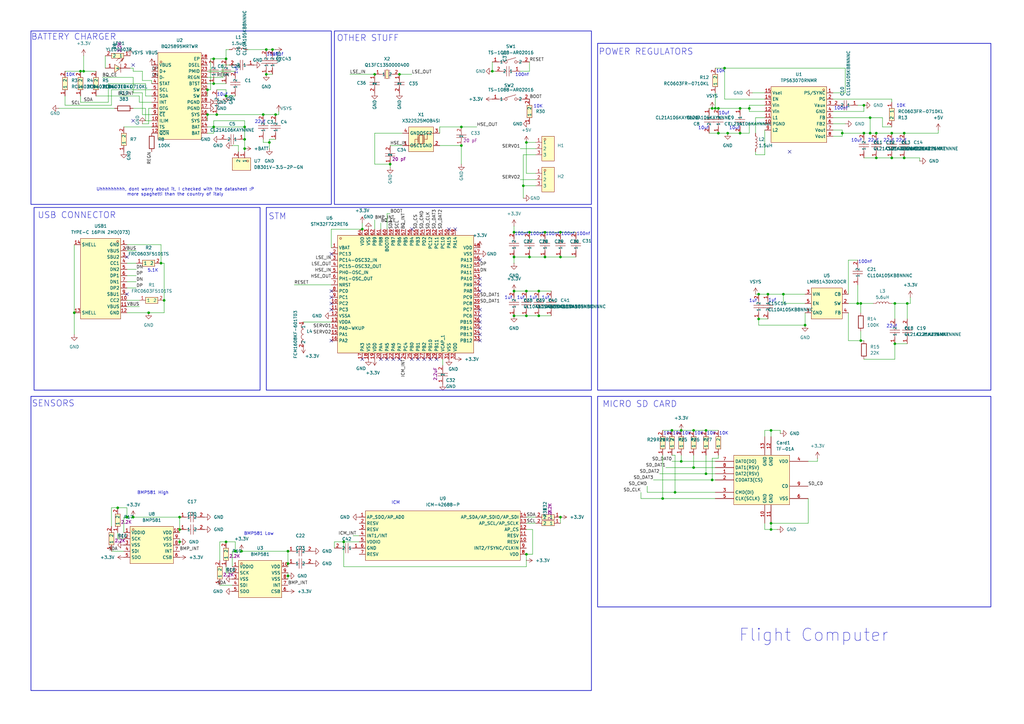
<source format=kicad_sch>
(kicad_sch (version 20250114) (generator "eeschema") (generator_version "9.0")
  (paper "A3")
  (lib_symbols
    (symbol "Device:L" (pin_numbers (hide yes)) (pin_names (offset 1.016) (hide yes))
      (property "Reference" "L" (at -1.27 0 90))
      (property "Value" "L" (at 1.905 0 90))
      (symbol "L_1_1"
        (pin passive line (at 0 3.81 270) (length 1.27) (name "1") (number "1"))
        (pin passive line (at 0 -3.81 90) (length 1.27) (name "2") (number "2"))
      )
    )
    (symbol "Device:R" (pin_numbers (hide yes)) (pin_names (offset 0))
      (property "Reference" "R" (at 2.032 0 90))
      (property "Value" "R" (at 0 0 90))
      (symbol "R_1_1"
        (pin passive line (at 0 3.81 270) (length 1.27) (name "~") (number "1"))
        (pin passive line (at 0 -3.81 90) (length 1.27) (name "~") (number "2"))
      )
    )
    (symbol "easyeda2kicad:0603CG6R8C500NT"
      (property "Reference" "C" (at 0 5.08 0))
      (property "Value" "0603CG6R8C500NT" (at 0 -5.08 0))
      (symbol "0603CG6R8C500NT_0_1"
        (pin input line (at -3.81 0 0) (length 2.54) (name "1") (number "1"))
        (pin input line (at 3.81 0 180) (length 2.54) (name "2") (number "2"))
      )
    )
    (symbol "easyeda2kicad:0805W8F2201T5E"
      (property "Reference" "R" (at 0 5.08 0))
      (property "Value" "0805W8F2201T5E" (at 0 -5.08 0))
      (symbol "0805W8F2201T5E_0_1"
        (pin input line (at -5.08 0 0) (length 2.54) (name "1") (number "1"))
        (pin input line (at 5.08 0 180) (length 2.54) (name "2") (number "2"))
      )
    )
    (symbol "easyeda2kicad:BMP581"
      (property "Reference" "U" (at 0 10.16 0))
      (property "Value" "BMP581" (at 0 -10.16 0))
      (symbol "BMP581_0_1"
        (pin unspecified line (at -11.43 5.08 0) (length 2.54) (name "VDDIO") (number "1"))
        (pin unspecified line (at -11.43 2.54 0) (length 2.54) (name "SCK") (number "2"))
        (pin unspecified line (at -11.43 0 0) (length 2.54) (name "VSS") (number "3"))
        (pin unspecified line (at -11.43 -2.54 0) (length 2.54) (name "SDI") (number "4"))
        (pin unspecified line (at -11.43 -5.08 0) (length 2.54) (name "SDO") (number "5"))
        (pin unspecified line (at 11.43 5.08 180) (length 2.54) (name "VDD") (number "10"))
        (pin unspecified line (at 11.43 2.54 180) (length 2.54) (name "VSS") (number "9"))
        (pin unspecified line (at 11.43 0 180) (length 2.54) (name "VSS") (number "8"))
        (pin unspecified line (at 11.43 -2.54 180) (length 2.54) (name "INT") (number "7"))
        (pin unspecified line (at 11.43 -5.08 180) (length 2.54) (name "CSB") (number "6"))
      )
    )
    (symbol "easyeda2kicad:BQ25895MRTWR"
      (property "Reference" "U" (at 0 20.32 0))
      (property "Value" "BQ25895MRTWR" (at 0 -20.32 0))
      (symbol "BQ25895MRTWR_0_1"
        (pin unspecified line (at -11.43 12.7 0) (length 2.54) (name "VBUS") (number "1"))
        (pin unspecified line (at -11.43 10.16 0) (length 2.54) (name "D+") (number "2"))
        (pin unspecified line (at -11.43 7.62 0) (length 2.54) (name "D–") (number "3"))
        (pin unspecified line (at -11.43 5.08 0) (length 2.54) (name "STAT") (number "4"))
        (pin unspecified line (at -11.43 2.54 0) (length 2.54) (name "SCL") (number "5"))
        (pin unspecified line (at -11.43 0 0) (length 2.54) (name "SDA") (number "6"))
        (pin unspecified line (at -11.43 -2.54 0) (length 2.54) (name "INT") (number "7"))
        (pin unspecified line (at -11.43 -5.08 0) (length 2.54) (name "OTG") (number "8"))
        (pin unspecified line (at -11.43 -7.62 0) (length 2.54) (name "~{CE}") (number "9"))
        (pin unspecified line (at -11.43 -10.16 0) (length 2.54) (name "ILIM") (number "10"))
        (pin unspecified line (at -11.43 -12.7 0) (length 2.54) (name "TS") (number "11"))
        (pin unspecified line (at -11.43 -15.24 0) (length 2.54) (name "~{QON}") (number "12"))
        (pin unspecified line (at 11.43 15.24 180) (length 2.54) (name "EP") (number "18"))
        (pin unspecified line (at 11.43 12.7 180) (length 2.54) (name "DSEL") (number "24"))
        (pin unspecified line (at 11.43 10.16 180) (length 2.54) (name "PMID") (number "23"))
        (pin unspecified line (at 11.43 7.62 180) (length 2.54) (name "REGN") (number "22"))
        (pin unspecified line (at 11.43 5.08 180) (length 2.54) (name "BTST") (number "21"))
        (pin unspecified line (at 11.43 2.54 180) (length 2.54) (name "SW") (number "20"))
        (pin unspecified line (at 11.43 0 180) (length 2.54) (name "SW") (number "19"))
        (pin unspecified line (at 11.43 -2.54 180) (length 2.54) (name "PGND") (number "18"))
        (pin unspecified line (at 11.43 -5.08 180) (length 2.54) (name "PGND") (number "17"))
        (pin unspecified line (at 11.43 -7.62 180) (length 2.54) (name "SYS") (number "16"))
        (pin unspecified line (at 11.43 -10.16 180) (length 2.54) (name "SYS") (number "15"))
        (pin unspecified line (at 11.43 -12.7 180) (length 2.54) (name "BAT") (number "14"))
        (pin unspecified line (at 11.43 -15.24 180) (length 2.54) (name "BAT") (number "13"))
      )
    )
    (symbol "easyeda2kicad:CL10A105KB8NNNC"
      (property "Reference" "C" (at 0 5.08 0))
      (property "Value" "CL10A105KB8NNNC" (at 0 -5.08 0))
      (symbol "CL10A105KB8NNNC_0_1"
        (pin unspecified line (at -5.08 0 0) (length 2.54) (name "1") (number "1"))
        (pin unspecified line (at 5.08 0 180) (length 2.54) (name "2") (number "2"))
      )
    )
    (symbol "easyeda2kicad:CL10A225KO8NNNC"
      (property "Reference" "C" (at 0 5.08 0))
      (property "Value" "CL10A225KO8NNNC" (at 0 -5.08 0))
      (symbol "CL10A225KO8NNNC_0_1"
        (pin input line (at -3.81 0 0) (length 2.54) (name "1") (number "1"))
        (pin input line (at 3.81 0 180) (length 2.54) (name "2") (number "2"))
      )
    )
    (symbol "easyeda2kicad:CL10C200JB8NNNC"
      (property "Reference" "C" (at 0 5.08 0))
      (property "Value" "CL10C200JB8NNNC" (at 0 -5.08 0))
      (symbol "CL10C200JB8NNNC_0_1"
        (pin input line (at -3.81 0 0) (length 2.54) (name "1") (number "1"))
        (pin input line (at 3.81 0 180) (length 2.54) (name "2") (number "2"))
      )
    )
    (symbol "easyeda2kicad:CL21A106KAYNNNE"
      (property "Reference" "C" (at 0 5.08 0))
      (property "Value" "CL21A106KAYNNNE" (at 0 -5.08 0))
      (symbol "CL21A106KAYNNNE_0_1"
        (pin unspecified line (at -5.08 0 0) (length 2.54) (name "1") (number "1"))
        (pin unspecified line (at 5.08 0 180) (length 2.54) (name "2") (number "2"))
      )
    )
    (symbol "easyeda2kicad:CL21A226MAYNNNE"
      (property "Reference" "C" (at 0 5.08 0))
      (property "Value" "CL21A226MAYNNNE" (at 0 -5.08 0))
      (symbol "CL21A226MAYNNNE_0_1"
        (pin unspecified line (at -5.08 0 0) (length 2.54) (name "1") (number "1"))
        (pin unspecified line (at 5.08 0 180) (length 2.54) (name "2") (number "2"))
      )
    )
    (symbol "easyeda2kicad:DB301V-3.5-2P-GN"
      (property "Reference" "U" (at 0 6.35 0))
      (property "Value" "DB301V-3.5-2P-GN" (at 0 -6.35 0))
      (symbol "DB301V-3.5-2P-GN_0_1"
        (pin unspecified line (at -5.08 1.27 0) (length 2.54) (name "1") (number "1"))
        (pin unspecified line (at -5.08 -1.27 0) (length 2.54) (name "2") (number "2"))
      )
    )
    (symbol "easyeda2kicad:FCM1608KF-601T03"
      (property "Reference" "L" (at 0 5.08 0))
      (property "Value" "FCM1608KF-601T03" (at 0 -5.08 0))
      (symbol "FCM1608KF-601T03_0_1"
        (pin unspecified line (at -5.08 0 0) (length 0.762) (name "1") (number "1"))
        (pin unspecified line (at 5.08 0 180) (length 0.762) (name "2") (number "2"))
      )
    )
    (symbol "easyeda2kicad:FRC0603F5101TS"
      (property "Reference" "R" (at 0 5.08 0))
      (property "Value" "FRC0603F5101TS" (at 0 -5.08 0))
      (symbol "FRC0603F5101TS_0_1"
        (pin unspecified line (at -5.08 0 0) (length 2.54) (name "1") (number "1"))
        (pin unspecified line (at 5.08 0 180) (length 2.54) (name "2") (number "2"))
      )
    )
    (symbol "easyeda2kicad:HXPH254-01-03-Z-L11.5PCBPINHEADER"
      (property "Reference" "H" (at 0 7.62 0))
      (property "Value" "HX PH254-01-03-Z-L11.5 PCB PIN HEADER" (at 0 -7.62 0))
      (symbol "HXPH254-01-03-Z-L11.5PCBPINHEADER_0_1"
        (pin unspecified line (at -3.81 2.54 0) (length 2.54) (name "1") (number "1"))
        (pin unspecified line (at -3.81 0 0) (length 2.54) (name "2") (number "2"))
        (pin unspecified line (at -3.81 -2.54 0) (length 2.54) (name "3") (number "3"))
      )
    )
    (symbol "easyeda2kicad:ICM-42688-P"
      (property "Reference" "U" (at 0 12.7 0))
      (property "Value" "ICM-42688-P" (at 0 -12.7 0))
      (symbol "ICM-42688-P_0_1"
        (pin unspecified line (at -34.29 7.62 0) (length 2.54) (name "AP_SDO/AP_AD0") (number "1"))
        (pin unspecified line (at -34.29 5.08 0) (length 2.54) (name "RESV") (number "2"))
        (pin unspecified line (at -34.29 2.54 0) (length 2.54) (name "RESV") (number "3"))
        (pin unspecified line (at -34.29 0 0) (length 2.54) (name "INT1/INT") (number "4"))
        (pin unspecified line (at -34.29 -2.54 0) (length 2.54) (name "VDDIO") (number "5"))
        (pin unspecified line (at -34.29 -5.08 0) (length 2.54) (name "GND") (number "6"))
        (pin unspecified line (at -34.29 -7.62 0) (length 2.54) (name "RESV") (number "7"))
        (pin unspecified line (at 34.29 7.62 180) (length 2.54) (name "AP_SDA/AP_SDIO/AP_SDI") (number "14"))
        (pin unspecified line (at 34.29 5.08 180) (length 2.54) (name "AP_SCL/AP_SCLK") (number "13"))
        (pin unspecified line (at 34.29 2.54 180) (length 2.54) (name "AP_CS") (number "12"))
        (pin unspecified line (at 34.29 0 180) (length 2.54) (name "RESV") (number "11"))
        (pin unspecified line (at 34.29 -2.54 180) (length 2.54) (name "RESV") (number "10"))
        (pin unspecified line (at 34.29 -5.08 180) (length 2.54) (name "INT2/FSYNC/CLKIN") (number "9"))
        (pin unspecified line (at 34.29 -7.62 180) (length 2.54) (name "VDD") (number "8"))
      )
    )
    (symbol "easyeda2kicad:LMR51430XDDCR"
      (property "Reference" "U" (at 0 8.89 0))
      (property "Value" "LMR51430XDDCR" (at 0 -8.89 0))
      (symbol "LMR51430XDDCR_0_1"
        (pin unspecified line (at -8.89 3.81 0) (length 2.54) (name "VIN") (number "3"))
        (pin unspecified line (at -8.89 0 0) (length 2.54) (name "EN") (number "5"))
        (pin unspecified line (at -8.89 -3.81 0) (length 2.54) (name "GND") (number "1"))
        (pin unspecified line (at 8.89 3.81 180) (length 2.54) (name "CB") (number "6"))
        (pin unspecified line (at 8.89 0 180) (length 2.54) (name "SW") (number "2"))
        (pin unspecified line (at 8.89 -3.81 180) (length 2.54) (name "FB") (number "4"))
      )
    )
    (symbol "easyeda2kicad:Q13FC1350000400"
      (property "Reference" "X" (at 0 5.08 0))
      (property "Value" "Q13FC1350000400" (at 0 -5.08 0))
      (symbol "Q13FC1350000400_0_1"
        (pin unspecified line (at -5.08 0 0) (length 2.54) (name "1") (number "1"))
        (pin unspecified line (at 5.08 0 180) (length 2.54) (name "2") (number "2"))
      )
    )
    (symbol "easyeda2kicad:RC0603FR-0710KL"
      (property "Reference" "R" (at 0 5.08 0))
      (property "Value" "RC0603FR-0710KL" (at 0 -5.08 0))
      (symbol "RC0603FR-0710KL_0_1"
        (pin input line (at -5.08 0 0) (length 2.54) (name "1") (number "1"))
        (pin input line (at 5.08 0 180) (length 2.54) (name "2") (number "2"))
      )
    )
    (symbol "easyeda2kicad:STM32F722RET6"
      (property "Reference" "U" (at 0 33.02 0))
      (property "Value" "STM32F722RET6" (at 0 -30.48 0))
      (symbol "STM32F722RET6_0_1"
        (pin unspecified line (at -30.48 20.32 0) (length 2.54) (name "VBAT") (number "1"))
        (pin unspecified line (at -30.48 17.78 0) (length 2.54) (name "PC13") (number "2"))
        (pin unspecified line (at -30.48 15.24 0) (length 2.54) (name "PC14-OSC32_IN") (number "3"))
        (pin unspecified line (at -30.48 12.7 0) (length 2.54) (name "PC15-OSC32_OUT") (number "4"))
        (pin unspecified line (at -30.48 10.16 0) (length 2.54) (name "PH0-OSC_IN") (number "5"))
        (pin unspecified line (at -30.48 7.62 0) (length 2.54) (name "PH1-OSC_OUT") (number "6"))
        (pin unspecified line (at -30.48 5.08 0) (length 2.54) (name "NRST") (number "7"))
        (pin unspecified line (at -30.48 2.54 0) (length 2.54) (name "PC0") (number "8"))
        (pin unspecified line (at -30.48 0 0) (length 2.54) (name "PC1") (number "9"))
        (pin unspecified line (at -30.48 -2.54 0) (length 2.54) (name "PC2") (number "10"))
        (pin unspecified line (at -30.48 -5.08 0) (length 2.54) (name "PC3") (number "11"))
        (pin unspecified line (at -30.48 -7.62 0) (length 2.54) (name "VSSA") (number "12"))
        (pin unspecified line (at -30.48 -10.16 0) (length 2.54) (name "VDDA") (number "13"))
        (pin unspecified line (at -30.48 -12.7 0) (length 2.54) (name "PA0-WKUP") (number "14"))
        (pin unspecified line (at -30.48 -15.24 0) (length 2.54) (name "PA1") (number "15"))
        (pin unspecified line (at -30.48 -17.78 0) (length 2.54) (name "PA2") (number "16"))
        (pin unspecified line (at -17.78 27.94 270) (length 2.54) (name "VDD") (number "64"))
        (pin unspecified line (at -17.78 -25.4 90) (length 2.54) (name "PA3") (number "17"))
        (pin unspecified line (at -15.24 27.94 270) (length 2.54) (name "VSS") (number "63"))
        (pin unspecified line (at -15.24 -25.4 90) (length 2.54) (name "VSS") (number "18"))
        (pin unspecified line (at -12.7 27.94 270) (length 2.54) (name "PB9") (number "62"))
        (pin unspecified line (at -12.7 -25.4 90) (length 2.54) (name "VDD") (number "19"))
        (pin unspecified line (at -10.16 27.94 270) (length 2.54) (name "PB8") (number "61"))
        (pin unspecified line (at -10.16 -25.4 90) (length 2.54) (name "PA4") (number "20"))
        (pin unspecified line (at -7.62 27.94 270) (length 2.54) (name "BOOT0") (number "60"))
        (pin unspecified line (at -7.62 -25.4 90) (length 2.54) (name "PA5") (number "21"))
        (pin unspecified line (at -5.08 27.94 270) (length 2.54) (name "PB7") (number "59"))
        (pin unspecified line (at -5.08 -25.4 90) (length 2.54) (name "PA6") (number "22"))
        (pin unspecified line (at -2.54 27.94 270) (length 2.54) (name "PB6") (number "58"))
        (pin unspecified line (at -2.54 -25.4 90) (length 2.54) (name "PA7") (number "23"))
        (pin unspecified line (at 0 27.94 270) (length 2.54) (name "PB5") (number "57"))
        (pin unspecified line (at 0 -25.4 90) (length 2.54) (name "PC4") (number "24"))
        (pin unspecified line (at 2.54 27.94 270) (length 2.54) (name "PB4") (number "56"))
        (pin unspecified line (at 2.54 -25.4 90) (length 2.54) (name "PB0") (number "25"))
        (pin unspecified line (at 5.08 27.94 270) (length 2.54) (name "PB3") (number "55"))
        (pin unspecified line (at 5.08 -25.4 90) (length 2.54) (name "PB1") (number "26"))
        (pin unspecified line (at 7.62 27.94 270) (length 2.54) (name "PD2") (number "54"))
        (pin unspecified line (at 7.62 -25.4 90) (length 2.54) (name "PB2") (number "27"))
        (pin unspecified line (at 10.16 27.94 270) (length 2.54) (name "PC12") (number "53"))
        (pin unspecified line (at 10.16 -25.4 90) (length 2.54) (name "PB10") (number "28"))
        (pin unspecified line (at 12.7 27.94 270) (length 2.54) (name "PC11") (number "52"))
        (pin unspecified line (at 12.7 -25.4 90) (length 2.54) (name "PB11") (number "29"))
        (pin unspecified line (at 15.24 27.94 270) (length 2.54) (name "PC10") (number "51"))
        (pin unspecified line (at 15.24 -25.4 90) (length 2.54) (name "VCAP_1") (number "30"))
        (pin unspecified line (at 17.78 27.94 270) (length 2.54) (name "PA15") (number "50"))
        (pin unspecified line (at 17.78 -25.4 90) (length 2.54) (name "VSS") (number "31"))
        (pin unspecified line (at 20.32 27.94 270) (length 2.54) (name "PA14") (number "49"))
        (pin unspecified line (at 20.32 -25.4 90) (length 2.54) (name "VDD") (number "32"))
        (pin unspecified line (at 30.48 20.32 180) (length 2.54) (name "VDD") (number "48"))
        (pin unspecified line (at 30.48 17.78 180) (length 2.54) (name "VSS") (number "47"))
        (pin unspecified line (at 30.48 15.24 180) (length 2.54) (name "PA13") (number "46"))
        (pin unspecified line (at 30.48 12.7 180) (length 2.54) (name "PA12") (number "45"))
        (pin unspecified line (at 30.48 10.16 180) (length 2.54) (name "PA11") (number "44"))
        (pin unspecified line (at 30.48 7.62 180) (length 2.54) (name "PA10") (number "43"))
        (pin unspecified line (at 30.48 5.08 180) (length 2.54) (name "PA9") (number "42"))
        (pin unspecified line (at 30.48 2.54 180) (length 2.54) (name "PA8") (number "41"))
        (pin unspecified line (at 30.48 0 180) (length 2.54) (name "PC9") (number "40"))
        (pin unspecified line (at 30.48 -2.54 180) (length 2.54) (name "PC8") (number "39"))
        (pin unspecified line (at 30.48 -5.08 180) (length 2.54) (name "PC7") (number "38"))
        (pin unspecified line (at 30.48 -7.62 180) (length 2.54) (name "PC6") (number "37"))
        (pin unspecified line (at 30.48 -10.16 180) (length 2.54) (name "PB15") (number "36"))
        (pin unspecified line (at 30.48 -12.7 180) (length 2.54) (name "PB14") (number "35"))
        (pin unspecified line (at 30.48 -15.24 180) (length 2.54) (name "PB13") (number "34"))
        (pin unspecified line (at 30.48 -17.78 180) (length 2.54) (name "PB12") (number "33"))
      )
    )
    (symbol "easyeda2kicad:TF-01A"
      (property "Reference" "Card" (at 0 22.86 0))
      (property "Value" "TF-01A" (at 0 -22.86 0))
      (symbol "TF-01A_0_1"
        (pin bidirectional line (at -19.05 7.62 0) (length 7.62) (name "DAT0(D0)") (number "7"))
        (pin bidirectional line (at -19.05 5.08 0) (length 7.62) (name "DAT1(RSV)") (number "8"))
        (pin bidirectional line (at -19.05 2.54 0) (length 7.62) (name "DAT2(RSV)") (number "1"))
        (pin bidirectional line (at -19.05 0 0) (length 7.62) (name "CDDAT3(CS)") (number "2"))
        (pin input line (at -19.05 -5.08 0) (length 7.62) (name "CMD(DI)") (number "3"))
        (pin input line (at -19.05 -7.62 0) (length 7.62) (name "CLK(SCLK)") (number "5"))
        (pin input line (at 1.27 17.78 270) (length 7.62) (name "GND") (number "13"))
        (pin input line (at 1.27 -17.78 90) (length 7.62) (name "GND") (number "10"))
        (pin input line (at 3.81 17.78 270) (length 7.62) (name "GND") (number "12"))
        (pin input line (at 3.81 -17.78 90) (length 7.62) (name "GND") (number "11"))
        (pin input line (at 19.05 7.62 180) (length 7.62) (name "VDD") (number "4"))
        (pin input line (at 19.05 -2.54 180) (length 7.62) (name "CD") (number "9"))
        (pin input line (at 19.05 -7.62 180) (length 7.62) (name "VSS") (number "6"))
      )
    )
    (symbol "easyeda2kicad:TPS63070RNMR"
      (property "Reference" "U" (at 0 13.97 0))
      (property "Value" "TPS63070RNMR" (at 0 -13.97 0))
      (symbol "TPS63070RNMR_0_1"
        (pin unspecified line (at -13.97 8.89 0) (length 2.54) (name "PS/SYNC") (number "1"))
        (pin unspecified line (at -13.97 6.35 0) (length 2.54) (name "PG") (number "2"))
        (pin unspecified line (at -13.97 3.81 0) (length 2.54) (name "Vaux") (number "3"))
        (pin unspecified line (at -13.97 1.27 0) (length 2.54) (name "GND") (number "4"))
        (pin unspecified line (at -13.97 -1.27 0) (length 2.54) (name "FB") (number "5"))
        (pin unspecified line (at -13.97 -3.81 0) (length 2.54) (name "FB2") (number "6"))
        (pin unspecified line (at -13.97 -6.35 0) (length 2.54) (name "Vout") (number "7"))
        (pin unspecified line (at -13.97 -8.89 0) (length 2.54) (name "Vout") (number "8"))
        (pin unspecified line (at 13.97 8.89 180) (length 2.54) (name "Vsel") (number "15"))
        (pin unspecified line (at 13.97 6.35 180) (length 2.54) (name "EN") (number "14"))
        (pin unspecified line (at 13.97 3.81 180) (length 2.54) (name "Vin") (number "13"))
        (pin unspecified line (at 13.97 1.27 180) (length 2.54) (name "Vin") (number "12"))
        (pin unspecified line (at 13.97 -1.27 180) (length 2.54) (name "L1") (number "11"))
        (pin unspecified line (at 13.97 -3.81 180) (length 2.54) (name "PGND") (number "10"))
        (pin unspecified line (at 13.97 -6.35 180) (length 2.54) (name "L2") (number "9"))
      )
    )
    (symbol "easyeda2kicad:TS-1088-AR02016"
      (property "Reference" "SW" (at 0 5.08 0))
      (property "Value" "TS-1088-AR02016" (at 0 -5.08 0))
      (symbol "TS-1088-AR02016_0_1"
        (pin unspecified line (at -7.62 0 0) (length 2.54) (name "1") (number "1"))
        (pin unspecified line (at 7.62 0 180) (length 2.54) (name "2") (number "2"))
      )
    )
    (symbol "easyeda2kicad:TYPE-C16PIN2MD(073)"
      (property "Reference" "USB" (at 0 19.05 0))
      (property "Value" "TYPE-C 16PIN 2MD(073)" (at 0 -19.05 0))
      (symbol "TYPE-C16PIN2MD(073)_0_1"
        (pin unspecified line (at -11.43 13.97 0) (length 2.54) (name "GND") (number "1"))
        (pin unspecified line (at -11.43 11.43 0) (length 2.54) (name "VBUS") (number "2"))
        (pin unspecified line (at -11.43 8.89 0) (length 2.54) (name "SBU2") (number "3"))
        (pin unspecified line (at -11.43 6.35 0) (length 2.54) (name "CC1") (number "4"))
        (pin unspecified line (at -11.43 3.81 0) (length 2.54) (name "DN2") (number "5"))
        (pin unspecified line (at -11.43 1.27 0) (length 2.54) (name "DP1") (number "6"))
        (pin unspecified line (at -11.43 -1.27 0) (length 2.54) (name "DN1") (number "7"))
        (pin unspecified line (at -11.43 -3.81 0) (length 2.54) (name "DP2") (number "8"))
        (pin unspecified line (at -11.43 -6.35 0) (length 2.54) (name "SBU1") (number "9"))
        (pin unspecified line (at -11.43 -8.89 0) (length 2.54) (name "CC2") (number "10"))
        (pin unspecified line (at -11.43 -11.43 0) (length 2.54) (name "VBUS") (number "11"))
        (pin unspecified line (at -11.43 -13.97 0) (length 2.54) (name "GND") (number "12"))
        (pin unspecified line (at 10.16 13.97 180) (length 2.54) (name "SHELL") (number "14"))
        (pin unspecified line (at 10.16 -13.97 180) (length 2.54) (name "SHELL") (number "13"))
      )
    )
    (symbol "easyeda2kicad:X322525MOB4SI"
      (property "Reference" "X" (at 0 7.62 0))
      (property "Value" "X322525MOB4SI" (at 0 -7.62 0))
      (symbol "X322525MOB4SI_0_1"
        (pin unspecified line (at -7.62 2.54 0) (length 2.54) (name "GND") (number "4"))
        (pin unspecified line (at -7.62 -2.54 0) (length 2.54) (name "OSC1") (number "1"))
        (pin unspecified line (at 7.62 2.54 180) (length 2.54) (name "OSC2") (number "3"))
        (pin unspecified line (at 7.62 -2.54 180) (length 2.54) (name "GND") (number "2"))
      )
    )
    (symbol "easyeda2kicad:YLED0603R"
      (property "Reference" "LED" (at 0 5.08 0))
      (property "Value" "YLED0603R" (at 0 -5.08 0))
      (symbol "YLED0603R_0_1"
        (pin unspecified line (at -5.08 0 0) (length 3.81) (name "+") (number "1"))
        (pin unspecified line (at 5.08 0 180) (length 3.81) (name "-") (number "2"))
      )
    )
    (symbol "power:+3.3V" (power) (pin_numbers (hide yes)) (pin_names (offset 0) (hide yes))
      (property "Value" "+3.3V" (at 0 3.556 0))
      (symbol "+3.3V_1_1"
        (pin power_in line (at 0 0 90) (length 0) (name "~") (number "1"))
      )
    )
    (symbol "power:+5V" (power) (pin_numbers (hide yes)) (pin_names (offset 0) (hide yes))
      (property "Value" "+5V" (at 0 3.556 0))
      (symbol "+5V_1_1"
        (pin power_in line (at 0 0 90) (length 0) (name "~") (number "1"))
      )
    )
    (symbol "power:+BATT" (power) (pin_numbers (hide yes)) (pin_names (offset 0) (hide yes))
      (property "Value" "+BATT" (at 0 3.556 0))
      (symbol "+BATT_1_1"
        (pin power_in line (at 0 0 90) (length 0) (name "~") (number "1"))
      )
    )
    (symbol "power:GND" (power) (pin_numbers (hide yes)) (pin_names (offset 0) (hide yes))
      (property "Value" "GND" (at 0 -3.81 0))
      (symbol "GND_1_1"
        (pin power_in line (at 0 0 270) (length 0) (name "~") (number "1"))
      )
    )
    (symbol "power:VBUS" (power) (pin_numbers (hide yes)) (pin_names (offset 0) (hide yes))
      (property "Value" "VBUS" (at 0 3.556 0))
      (symbol "VBUS_1_1"
        (pin power_in line (at 0 0 90) (length 0) (name "~") (number "1"))
      )
    )
  )
  (rectangle (start 245.11 17.78) (end 406.4 160.02) (stroke (width 0.254)))
  (rectangle (start 12.7 162.56) (end 242.57 283.21) (stroke (width 0.254)))
  (rectangle (start 109.22 85.09) (end 242.57 160.02) (stroke (width 0.254)))
  (rectangle (start 13.97 85.09) (end 106.68 160.02) (stroke (width 0.254)))
  (rectangle (start 12.7 12.7) (end 135.89 83.82) (stroke (width 0.254)))
  (rectangle (start 137.16 12.7) (end 242.57 83.82) (stroke (width 0.254)))
  (rectangle (start 245.11 162.56) (end 406.4 248.92) (stroke (width 0.254)))
  (text "1uf\n" (at 308.864 123.444 0) (effects (font (size 1.27 1.27))))
  (text "1uf\n" (at 213.614 122.174 0) (effects (font (size 1.27 1.27))))
  (text "10uf\n" (at 114.046 22.352 0) (effects (font (size 1.27 1.27))))
  (text "10K\n" (at 28.956 30.734 0) (effects (font (size 1.27 1.27))))
  (text "10K\n" (at 369.57 43.434 0) (effects (font (size 1.27 1.27))))
  (text "10uf\n" (at 91.186 38.862 0) (effects (font (size 1.27 1.27))))
  (text "5.1K\n" (at 62.738 110.998 0) (effects (font (size 1.27 1.27))))
  (text "POWER REGULATORS" (at 264.922 21.336 0) (effects (font (size 2.54 2.54))))
  (text "100nf\n" (at 213.868 96.012 0) (effects (font (size 1.27 1.27))))
  (text "10uf\n" (at 301.244 52.578 0) (effects (font (size 1.27 1.27))))
  (text "22uf\n" (at 369.57 57.658 0) (effects (font (size 1.27 1.27))))
  (text "10uf\n" (at 351.282 57.658 0) (effects (font (size 1.27 1.27))))
  (text "10K\n" (at 286.7073 177.8 0) (effects (font (size 1.27 1.27))))
  (text "100nf\n" (at 344.932 44.45 0) (effects (font (size 1.27 1.27))))
  (text "1uf\n" (at 316.738 123.19 0) (effects (font (size 1.27 1.27))))
  (text "BATTERY CHARGER\n" (at 30.226 15.24 0) (effects (font (size 2.54 2.54))))
  (text "22uf\n" (at 364.49 57.658 0) (effects (font (size 1.27 1.27))))
  (text "10uf\n" (at 111.506 22.352 0) (effects (font (size 1.27 1.27))))
  (text "10uf\n" (at 296.926 46.482 0) (effects (font (size 1.27 1.27))))
  (text "ICM\n" (at 162.306 206.248 0) (effects (font (size 1.27 1.27))))
  (text "100nf\n" (at 232.918 96.012 0) (effects (font (size 1.27 1.27))))
  (text "22uf\n" (at 365.76 133.858 0) (effects (font (size 1.27 1.27))))
  (text "USB CONNECTOR\n" (at 31.496 88.392 0) (effects (font (size 2.54 2.54))))
  (text "STM" (at 113.792 88.9 0) (effects (font (size 2.54 2.54))))
  (text "100nf\n" (at 214.122 30.734 0) (effects (font (size 1.27 1.27))))
  (text "10K\n" (at 281.6273 177.8 0) (effects (font (size 1.27 1.27))))
  (text "100nf\n" (at 226.568 96.012 0) (effects (font (size 1.27 1.27))))
  (text "100nf\n" (at 239.268 96.012 0) (effects (font (size 1.27 1.27))))
  (text "10uf\n" (at 288.544 52.578 0) (effects (font (size 1.27 1.27))))
  (text "OTHER STUFF\n" (at 150.876 15.748 0) (effects (font (size 2.54 2.54))))
  (text "10K\n" (at 220.726 43.688 0) (effects (font (size 1.27 1.27))))
  (text "1uf\n" (at 208.534 122.174 0) (effects (font (size 1.27 1.27))))
  (text "SENSORS" (at 21.844 165.608 0) (effects (font (size 2.54 2.54))))
  (text "MICRO SD CARD\n" (at 262.382 165.862 0) (effects (font (size 2.54 2.54))))
  (text "1uf\n" (at 96.774 28.956 90) (effects (font (size 1.27 1.27))))
  (text "10K\n" (at 295.5973 29.21 0) (effects (font (size 1.27 1.27))))
  (text "BMP581 Low\n" (at 106.172 218.948 0) (effects (font (size 1.27 1.27))))
  (text "22uf\n" (at 358.14 57.658 0) (effects (font (size 1.27 1.27))))
  (text "100nf\n" (at 354.838 107.442 0) (effects (font (size 1.27 1.27))))
  (text "10K\n" (at 291.7873 177.8 0) (effects (font (size 1.27 1.27))))
  (text "Uhhhhhhhhh, dont worry about it, I checked with the datasheet :P\nmore spaghetti than the country of italy\n" (at 71.882 78.74 0) (effects (font (size 1.27 1.27))))
  (text "1uf\n" (at 223.774 122.174 0) (effects (font (size 1.27 1.27))))
  (text "10K\n" (at 277.8173 177.8 0) (effects (font (size 1.27 1.27))))
  (text "10K\n" (at 274.0073 177.8 0) (effects (font (size 1.27 1.27))))
  (text "100nf\n" (at 220.218 96.012 0) (effects (font (size 1.27 1.27))))
  (text "22uf\n" (at 106.68 50.038 0) (effects (font (size 1.27 1.27))))
  (text "10K\n" (at 296.8673 177.8 0) (effects (font (size 1.27 1.27))))
  (text "Flight Computer" (at 333.756 260.604 0) (effects (font (size 5.08 5.08))))
  (text "BMP581 High" (at 62.738 202.184 0) (effects (font (size 1.27 1.27))))
  (text "1uf\n" (at 218.694 122.174 0) (effects (font (size 1.27 1.27))))
  (junction (at 87.63 34.29))
  (junction (at 229.87 105.41))
  (junction (at 292.1 196.85))
  (junction (at 372.11 124.46))
  (junction (at 289.56 194.31))
  (junction (at 370.84 54.61))
  (junction (at 365.76 64.77))
  (junction (at 160.02 67.31))
  (junction (at 215.9 58.42))
  (junction (at 292.1 44.45))
  (junction (at 303.53 54.61))
  (junction (at 223.52 95.25))
  (junction (at 365.76 54.61))
  (junction (at 220.98 119.38))
  (junction (at 345.44 54.61))
  (junction (at 118.11 236.22))
  (junction (at 217.17 95.25))
  (junction (at 189.23 52.07))
  (junction (at 110.49 58.42))
  (junction (at 303.53 44.45))
  (junction (at 293.37 44.45))
  (junction (at 297.18 27.94))
  (junction (at 215.9 227.33))
  (junction (at 109.22 30.48))
  (junction (at 111.76 20.32))
  (junction (at 359.41 64.77))
  (junction (at 220.98 129.54))
  (junction (at 289.56 176.53))
  (junction (at 214.63 76.2))
  (junction (at 34.29 29.21))
  (junction (at 66.04 107.95))
  (junction (at 316.23 176.53))
  (junction (at 298.45 54.61))
  (junction (at 60.96 128.27))
  (junction (at 163.83 30.48))
  (junction (at 284.48 191.77))
  (junction (at 229.87 212.09))
  (junction (at 351.79 124.46))
  (junction (at 113.03 46.99))
  (junction (at 67.31 123.19))
  (junction (at 370.84 64.77))
  (junction (at 367.03 140.97))
  (junction (at 215.9 129.54))
  (junction (at 307.34 44.45))
  (junction (at 279.4 189.23))
  (junction (at 275.59 176.53))
  (junction (at 100.33 52.07))
  (junction (at 210.82 105.41))
  (junction (at 148.59 93.98))
  (junction (at 96.52 226.06))
  (junction (at 367.03 124.46))
  (junction (at 284.48 176.53))
  (junction (at 118.11 226.06))
  (junction (at 210.82 95.25))
  (junction (at 118.11 231.14))
  (junction (at 356.87 48.26))
  (junction (at 30.48 128.27))
  (junction (at 311.15 130.81))
  (junction (at 271.78 204.47))
  (junction (at 359.41 54.61))
  (junction (at 229.87 95.25))
  (junction (at 73.66 212.09))
  (junction (at 73.66 217.17))
  (junction (at 107.95 46.99))
  (junction (at 330.2 133.35))
  (junction (at 294.64 44.45))
  (junction (at 201.93 29.21))
  (junction (at 153.67 30.48))
  (junction (at 217.17 105.41))
  (junction (at 54.61 212.09))
  (junction (at 189.23 59.69))
  (junction (at 87.63 52.07))
  (junction (at 140.97 222.25))
  (junction (at 52.07 212.09))
  (junction (at 314.96 120.65))
  (junction (at 353.06 139.7))
  (junction (at 353.06 124.46))
  (junction (at 316.23 214.63))
  (junction (at 92.71 222.25))
  (junction (at 223.52 105.41))
  (junction (at 215.9 119.38))
  (junction (at 109.22 20.32))
  (junction (at 279.4 176.53))
  (junction (at 85.09 46.99))
  (junction (at 92.7164 39.37))
  (junction (at 100.33 57.15))
  (junction (at 88.9 46.99))
  (junction (at 99.06 226.06))
  (junction (at 354.33 43.18))
  (junction (at 316.23 217.17))
  (junction (at 294.64 54.61))
  (junction (at 354.33 54.61))
  (junction (at 276.86 201.93))
  (junction (at 48.26 208.28))
  (junction (at 210.82 129.54))
  (junction (at 321.31 120.65))
  (junction (at 311.15 120.65))
  (junction (at 92.71 24.13))
  (junction (at 85.09 36.83))
  (junction (at 100.33 60.96))
  (junction (at 73.66 222.25))
  (junction (at 33.02 29.21))
  (junction (at 87.63 24.13))
  (junction (at 356.87 54.61))
  (junction (at 210.82 119.38))
  (no_connect (at 168.91 147.32))
  (no_connect (at 135.89 124.46))
  (no_connect (at 196.85 137.16))
  (no_connect (at 135.89 119.38))
  (no_connect (at 323.85 62.23))
  (no_connect (at 196.85 132.08))
  (no_connect (at 52.07 120.65))
  (no_connect (at 54.61 26.67))
  (no_connect (at 196.85 116.84))
  (no_connect (at 186.69 93.98))
  (no_connect (at 135.89 121.92))
  (no_connect (at 52.07 105.41))
  (no_connect (at 196.85 127))
  (no_connect (at 135.89 104.14))
  (no_connect (at 196.85 129.54))
  (no_connect (at 161.29 147.32))
  (no_connect (at 135.89 139.7))
  (no_connect (at 163.83 147.32))
  (no_connect (at 196.85 119.38))
  (no_connect (at 148.59 147.32))
  (no_connect (at 171.45 147.32))
  (no_connect (at 184.15 93.98))
  (no_connect (at 196.85 139.7))
  (no_connect (at 168.91 93.98))
  (no_connect (at 179.07 147.32))
  (no_connect (at 135.89 127))
  (no_connect (at 176.53 147.32))
  (no_connect (at 158.75 147.32))
  (no_connect (at 156.21 147.32))
  (no_connect (at 196.85 134.62))
  (no_connect (at 196.85 106.68))
  (no_connect (at 173.99 147.32))
  (no_connect (at 54.61 49.53))
  (no_connect (at 196.85 114.3))
  (wire (pts (xy 313.69 63.5) (xy 309.88 63.5)))
  (wire (pts (xy 73.66 217.17) (xy 73.66 218.44)))
  (wire (pts (xy 321.31 124.46) (xy 321.31 120.65)))
  (wire (pts (xy 275.59 186.69) (xy 276.86 186.69)))
  (wire (pts (xy 87.63 24.13) (xy 92.71 24.13)))
  (wire (pts (xy 44.45 41.91) (xy 33.02 41.91)))
  (wire (pts (xy 346.71 27.94) (xy 346.71 38.1)))
  (wire (pts (xy 290.83 44.45) (xy 292.1 44.45)))
  (wire (pts (xy 160.02 67.31) (xy 160.02 68.58)))
  (wire (pts (xy 143.51 30.48) (xy 153.67 30.48)))
  (wire (pts (xy 276.86 186.69) (xy 276.86 201.93)))
  (wire (pts (xy 309.88 48.26) (xy 309.88 54.61)))
  (wire (pts (xy 181.61 149.86) (xy 181.61 147.32)))
  (wire (pts (xy 314.96 120.65) (xy 321.31 120.65)))
  (wire (pts (xy 354.33 43.18) (xy 354.33 45.72)))
  (wire (pts (xy 45.72 208.28) (xy 48.26 208.28)))
  (wire (pts (xy 293.37 204.47) (xy 271.78 204.47)))
  (wire (pts (xy 201.93 29.21) (xy 203.2 29.21)))
  (wire (pts (xy 220.98 129.54) (xy 226.06 129.54)))
  (wire (pts (xy 99.06 226.06) (xy 118.11 226.06)))
  (wire (pts (xy 85.09 34.29) (xy 87.63 34.29)))
  (wire (pts (xy 67.31 128.27) (xy 60.96 128.27)))
  (wire (pts (xy 273.05 191.77) (xy 284.48 191.77)))
  (wire (pts (xy 214.63 76.2) (xy 214.63 81.28)))
  (wire (pts (xy 292.1 196.85) (xy 293.37 196.85)))
  (wire (pts (xy 377.19 64.77) (xy 377.19 66.04)))
  (wire (pts (xy 52.07 102.87) (xy 55.88 102.87)))
  (wire (pts (xy 351.79 116.84) (xy 351.79 124.46)))
  (wire (pts (xy 356.87 48.26) (xy 356.87 54.61)))
  (wire (pts (xy 292.1 44.45) (xy 293.37 44.45)))
  (wire (pts (xy 45.72 43.18) (xy 26.67 43.18)))
  (wire (pts (xy 135.89 101.6) (xy 135.89 93.98)))
  (wire (pts (xy 217.17 25.4) (xy 217.17 29.21)))
  (wire (pts (xy 33.02 41.91) (xy 33.02 39.37)))
  (wire (pts (xy 85.09 36.83) (xy 85.09 39.37)))
  (wire (pts (xy 303.53 54.61) (xy 298.45 54.61)))
  (wire (pts (xy 95.25 232.41) (xy 95.25 226.06)))
  (wire (pts (xy 135.89 93.98) (xy 148.59 93.98)))
  (wire (pts (xy 57.15 41.91) (xy 62.23 41.91)))
  (wire (pts (xy 158.75 93.98) (xy 158.75 87.63)))
  (wire (pts (xy 217.17 95.25) (xy 210.82 95.25)))
  (wire (pts (xy 347.98 120.65) (xy 347.98 106.68)))
  (wire (pts (xy 54.61 31.75) (xy 41.91 31.75)))
  (wire (pts (xy 313.69 217.17) (xy 316.23 217.17)))
  (wire (pts (xy 44.45 34.29) (xy 44.45 41.91)))
  (wire (pts (xy 91.44 26.67) (xy 93.98 26.67)))
  (wire (pts (xy 110.49 58.42) (xy 110.49 57.15)))
  (wire (pts (xy 107.95 58.42) (xy 107.95 57.15)))
  (wire (pts (xy 85.09 36.83) (xy 86.36 36.83)))
  (wire (pts (xy 96.52 222.25) (xy 96.52 226.06)))
  (wire (pts (xy 144.78 219.71) (xy 147.32 219.71)))
  (wire (pts (xy 215.9 129.54) (xy 220.98 129.54)))
  (wire (pts (xy 267.97 196.85) (xy 292.1 196.85)))
  (wire (pts (xy 365.76 54.61) (xy 370.84 54.61)))
  (wire (pts (xy 30.48 100.33) (xy 30.48 128.27)))
  (wire (pts (xy 223.52 105.41) (xy 217.17 105.41)))
  (wire (pts (xy 34.29 22.86) (xy 34.29 29.21)))
  (wire (pts (xy 276.86 201.93) (xy 265.43 201.93)))
  (wire (pts (xy 271.78 186.69) (xy 271.78 204.47)))
  (wire (pts (xy 45.72 215.9) (xy 45.72 208.28)))
  (wire (pts (xy 66.04 107.95) (xy 66.04 100.33)))
  (wire (pts (xy 345.44 53.34) (xy 345.44 54.61)))
  (wire (pts (xy 365.76 64.77) (xy 370.84 64.77)))
  (wire (pts (xy 311.15 133.35) (xy 311.15 130.81)))
  (wire (pts (xy 313.69 43.18) (xy 307.34 43.18)))
  (wire (pts (xy 215.9 232.41) (xy 215.9 227.33)))
  (wire (pts (xy 307.34 54.61) (xy 303.53 54.61)))
  (wire (pts (xy 213.36 73.66) (xy 219.71 73.66)))
  (wire (pts (xy 265.43 199.39) (xy 265.43 201.93)))
  (wire (pts (xy 62.23 33.02) (xy 62.23 34.29)))
  (wire (pts (xy 180.34 52.07) (xy 189.23 52.07)))
  (wire (pts (xy 100.33 52.07) (xy 100.33 57.15)))
  (wire (pts (xy 67.31 123.19) (xy 67.31 107.95)))
  (wire (pts (xy 210.82 129.54) (xy 215.9 129.54)))
  (wire (pts (xy 289.56 194.31) (xy 293.37 194.31)))
  (wire (pts (xy 67.31 128.27) (xy 67.31 123.19)))
  (wire (pts (xy 91.44 31.75) (xy 91.44 26.67)))
  (wire (pts (xy 58.42 46.99) (xy 58.42 38.1)))
  (wire (pts (xy 316.23 214.63) (xy 316.23 217.17)))
  (wire (pts (xy 30.48 128.27) (xy 30.48 137.16)))
  (wire (pts (xy 114.3 45.72) (xy 114.3 46.99)))
  (wire (pts (xy 180.34 54.61) (xy 180.34 52.07)))
  (wire (pts (xy 52.07 118.11) (xy 55.88 118.11)))
  (wire (pts (xy 92.71 39.37) (xy 92.7164 39.37)))
  (wire (pts (xy 372.11 124.46) (xy 373.38 124.46)))
  (wire (pts (xy 44.45 34.29) (xy 59.69 34.29)))
  (wire (pts (xy 88.9 46.99) (xy 107.95 46.99)))
  (wire (pts (xy 26.67 29.21) (xy 33.02 29.21)))
  (wire (pts (xy 365.76 40.64) (xy 365.76 41.91)))
  (wire (pts (xy 341.63 53.34) (xy 345.44 53.34)))
  (wire (pts (xy 313.69 48.26) (xy 309.88 48.26)))
  (wire (pts (xy 92.71 232.41) (xy 92.71 234.95)))
  (wire (pts (xy 367.03 140.97) (xy 367.03 147.32)))
  (wire (pts (xy 353.06 139.7) (xy 354.33 139.7)))
  (wire (pts (xy 215.9 71.12) (xy 215.9 58.42)))
  (wire (pts (xy 354.33 147.32) (xy 367.03 147.32)))
  (wire (pts (xy 87.63 49.53) (xy 87.63 52.07)))
  (wire (pts (xy 384.81 53.34) (xy 384.81 54.61)))
  (wire (pts (xy 58.42 29.21) (xy 58.42 33.02)))
  (wire (pts (xy 307.34 50.8) (xy 307.34 54.61)))
  (wire (pts (xy 341.63 50.8) (xy 346.71 50.8)))
  (wire (pts (xy 100.33 57.15) (xy 100.33 60.96)))
  (wire (pts (xy 307.34 43.18) (xy 307.34 44.45)))
  (wire (pts (xy 214.63 63.5) (xy 214.63 76.2)))
  (wire (pts (xy 354.33 64.77) (xy 359.41 64.77)))
  (wire (pts (xy 158.75 87.63) (xy 160.02 87.63)))
  (wire (pts (xy 270.51 194.31) (xy 289.56 194.31)))
  (wire (pts (xy 345.44 54.61) (xy 354.33 54.61)))
  (wire (pts (xy 26.67 43.18) (xy 26.67 39.37)))
  (wire (pts (xy 45.72 226.06) (xy 50.8 226.06)))
  (wire (pts (xy 140.97 232.41) (xy 215.9 232.41)))
  (wire (pts (xy 215.9 58.42) (xy 219.71 58.42)))
  (wire (pts (xy 62.23 46.99) (xy 58.42 46.99)))
  (wire (pts (xy 307.34 45.72) (xy 313.69 45.72)))
  (wire (pts (xy 215.9 212.09) (xy 219.71 212.09)))
  (wire (pts (xy 50.8 212.09) (xy 52.07 212.09)))
  (wire (pts (xy 52.07 208.28) (xy 52.07 212.09)))
  (wire (pts (xy 236.22 95.25) (xy 229.87 95.25)))
  (wire (pts (xy 353.06 135.89) (xy 353.06 139.7)))
  (wire (pts (xy 345.44 54.61) (xy 345.44 55.88)))
  (wire (pts (xy 54.61 44.45) (xy 59.69 44.45)))
  (wire (pts (xy 356.87 54.61) (xy 359.41 54.61)))
  (wire (pts (xy 359.41 64.77) (xy 365.76 64.77)))
  (wire (pts (xy 88.9 36.83) (xy 92.71 36.83)))
  (wire (pts (xy 92.71 222.25) (xy 96.52 222.25)))
  (wire (pts (xy 320.04 176.53) (xy 320.04 177.8)))
  (wire (pts (xy 210.82 92.71) (xy 210.82 95.25)))
  (wire (pts (xy 96.52 226.06) (xy 99.06 226.06)))
  (wire (pts (xy 303.53 44.45) (xy 294.64 44.45)))
  (wire (pts (xy 180.34 59.69) (xy 189.23 59.69)))
  (wire (pts (xy 345.44 55.88) (xy 341.63 55.88)))
  (wire (pts (xy 92.71 24.13) (xy 92.71 20.32)))
  (wire (pts (xy 50.8 220.98) (xy 48.26 220.98)))
  (wire (pts (xy 313.69 214.63) (xy 313.69 217.17)))
  (wire (pts (xy 163.83 30.48) (xy 168.91 30.48)))
  (wire (pts (xy 109.22 30.48) (xy 111.76 30.48)))
  (wire (pts (xy 293.37 201.93) (xy 276.86 201.93)))
  (wire (pts (xy 39.37 39.37) (xy 57.15 39.37)))
  (wire (pts (xy 66.04 100.33) (xy 52.07 100.33)))
  (wire (pts (xy 46.99 44.45) (xy 24.13 44.45)))
  (wire (pts (xy 33.02 29.21) (xy 34.29 29.21)))
  (wire (pts (xy 85.09 46.99) (xy 88.9 46.99)))
  (wire (pts (xy 87.63 49.53) (xy 100.33 49.53)))
  (wire (pts (xy 107.95 46.99) (xy 113.03 46.99)))
  (wire (pts (xy 215.9 217.17) (xy 218.44 217.17)))
  (wire (pts (xy 294.64 187.96) (xy 292.1 187.96)))
  (wire (pts (xy 58.42 50.8) (xy 60.96 50.8)))
  (wire (pts (xy 58.42 33.02) (xy 62.23 33.02)))
  (wire (pts (xy 92.7164 39.37) (xy 96.52 39.37)))
  (wire (pts (xy 156.21 91.44) (xy 156.21 93.98)))
  (wire (pts (xy 101.6 20.32) (xy 109.22 20.32)))
  (wire (pts (xy 52.07 107.95) (xy 55.88 107.95)))
  (wire (pts (xy 361.95 52.07) (xy 361.95 48.26)))
  (wire (pts (xy 223.52 95.25) (xy 217.17 95.25)))
  (wire (pts (xy 100.33 49.53) (xy 100.33 52.07)))
  (wire (pts (xy 330.2 128.27) (xy 330.2 133.35)))
  (wire (pts (xy 215.9 119.38) (xy 220.98 119.38)))
  (wire (pts (xy 229.87 95.25) (xy 223.52 95.25)))
  (wire (pts (xy 73.66 222.25) (xy 73.66 223.52)))
  (wire (pts (xy 54.61 27.94) (xy 54.61 29.21)))
  (wire (pts (xy 48.26 208.28) (xy 52.07 208.28)))
  (wire (pts (xy 124.46 132.08) (xy 135.89 132.08)))
  (wire (pts (xy 87.63 52.07) (xy 100.33 52.07)))
  (wire (pts (xy 354.33 54.61) (xy 356.87 54.61)))
  (wire (pts (xy 370.84 54.61) (xy 384.81 54.61)))
  (wire (pts (xy 313.69 176.53) (xy 316.23 176.53)))
  (wire (pts (xy 347.98 128.27) (xy 347.98 139.7)))
  (wire (pts (xy 160.02 59.69) (xy 165.1 59.69)))
  (wire (pts (xy 215.9 214.63) (xy 219.71 214.63)))
  (wire (pts (xy 279.4 176.53) (xy 284.48 176.53)))
  (wire (pts (xy 52.07 115.57) (xy 55.88 115.57)))
  (wire (pts (xy 372.11 124.46) (xy 372.11 130.81)))
  (wire (pts (xy 58.42 38.1) (xy 54.61 38.1)))
  (wire (pts (xy 54.61 29.21) (xy 58.42 29.21)))
  (wire (pts (xy 213.36 60.96) (xy 219.71 60.96)))
  (wire (pts (xy 293.37 27.94) (xy 297.18 27.94)))
  (wire (pts (xy 331.47 189.23) (xy 335.28 189.23)))
  (wire (pts (xy 153.67 67.31) (xy 160.02 67.31)))
  (wire (pts (xy 331.47 214.63) (xy 316.23 214.63)))
  (wire (pts (xy 279.4 186.69) (xy 279.4 189.23)))
  (wire (pts (xy 110.49 60.96) (xy 110.49 58.42)))
  (wire (pts (xy 137.16 222.25) (xy 140.97 222.25)))
  (wire (pts (xy 341.63 40.64) (xy 365.76 40.64)))
  (wire (pts (xy 52.07 212.09) (xy 54.61 212.09)))
  (wire (pts (xy 311.15 130.81) (xy 314.96 130.81)))
  (wire (pts (xy 346.71 38.1) (xy 341.63 38.1)))
  (wire (pts (xy 284.48 176.53) (xy 289.56 176.53)))
  (wire (pts (xy 279.4 189.23) (xy 293.37 189.23)))
  (wire (pts (xy 297.18 40.64) (xy 297.18 27.94)))
  (wire (pts (xy 111.76 20.32) (xy 113.03 20.32)))
  (wire (pts (xy 218.44 217.17) (xy 218.44 227.33)))
  (wire (pts (xy 316.23 217.17) (xy 318.77 217.17)))
  (wire (pts (xy 147.32 222.25) (xy 140.97 222.25)))
  (wire (pts (xy 153.67 90.17) (xy 153.67 93.98)))
  (wire (pts (xy 86.36 36.83) (xy 86.36 24.13)))
  (wire (pts (xy 54.61 212.09) (xy 73.66 212.09)))
  (wire (pts (xy 85.09 29.21) (xy 96.52 29.21)))
  (wire (pts (xy 307.34 44.45) (xy 307.34 45.72)))
  (wire (pts (xy 359.41 54.61) (xy 365.76 54.61)))
  (wire (pts (xy 210.82 105.41) (xy 210.82 107.95)))
  (wire (pts (xy 229.87 105.41) (xy 223.52 105.41)))
  (wire (pts (xy 54.61 38.1) (xy 54.61 31.75)))
  (wire (pts (xy 118.11 234.95) (xy 118.11 236.22)))
  (wire (pts (xy 120.65 116.84) (xy 135.89 116.84)))
  (wire (pts (xy 87.63 52.07) (xy 85.09 52.07)))
  (wire (pts (xy 313.69 50.8) (xy 307.34 50.8)))
  (wire (pts (xy 73.66 220.98) (xy 73.66 222.25)))
  (wire (pts (xy 59.69 34.29) (xy 59.69 39.37)))
  (wire (pts (xy 137.16 224.79) (xy 137.16 222.25)))
  (wire (pts (xy 313.69 40.64) (xy 297.18 40.64)))
  (wire (pts (xy 284.48 191.77) (xy 293.37 191.77)))
  (wire (pts (xy 201.93 25.4) (xy 201.93 29.21)))
  (wire (pts (xy 59.69 39.37) (xy 62.23 39.37)))
  (wire (pts (xy 60.96 44.45) (xy 60.96 50.8)))
  (wire (pts (xy 311.15 120.65) (xy 314.96 120.65)))
  (wire (pts (xy 294.64 54.61) (xy 290.83 54.61)))
  (wire (pts (xy 330.2 124.46) (xy 321.31 124.46)))
  (wire (pts (xy 118.11 236.22) (xy 118.11 237.49)))
  (wire (pts (xy 351.79 124.46) (xy 353.06 124.46)))
  (wire (pts (xy 43.18 27.94) (xy 43.18 22.86)))
  (wire (pts (xy 367.03 124.46) (xy 372.11 124.46)))
  (wire (pts (xy 100.33 60.96) (xy 100.33 62.23)))
  (wire (pts (xy 217.17 105.41) (xy 210.82 105.41)))
  (wire (pts (xy 373.38 121.92) (xy 373.38 124.46)))
  (wire (pts (xy 271.78 204.47) (xy 262.89 204.47)))
  (wire (pts (xy 341.63 45.72) (xy 354.33 45.72)))
  (wire (pts (xy 73.66 212.09) (xy 73.66 217.17)))
  (wire (pts (xy 219.71 76.2) (xy 214.63 76.2)))
  (wire (pts (xy 189.23 59.69) (xy 189.23 67.31)))
  (wire (pts (xy 109.22 20.32) (xy 111.76 20.32)))
  (wire (pts (xy 210.82 119.38) (xy 215.9 119.38)))
  (wire (pts (xy 87.63 34.29) (xy 92.71 34.29)))
  (wire (pts (xy 59.69 44.45) (xy 59.69 49.53)))
  (wire (pts (xy 110.49 57.15) (xy 113.03 57.15)))
  (wire (pts (xy 347.98 124.46) (xy 351.79 124.46)))
  (wire (pts (xy 67.31 107.95) (xy 66.04 107.95)))
  (wire (pts (xy 292.1 187.96) (xy 292.1 196.85)))
  (wire (pts (xy 229.87 212.09) (xy 229.87 214.63)))
  (wire (pts (xy 140.97 222.25) (xy 140.97 232.41)))
  (wire (pts (xy 213.36 29.21) (xy 217.17 29.21)))
  (wire (pts (xy 335.28 187.96) (xy 335.28 189.23)))
  (wire (pts (xy 59.69 49.53) (xy 62.23 49.53)))
  (wire (pts (xy 52.07 110.49) (xy 55.88 110.49)))
  (wire (pts (xy 316.23 176.53) (xy 320.04 176.53)))
  (wire (pts (xy 308.61 38.1) (xy 313.69 38.1)))
  (wire (pts (xy 165.1 54.61) (xy 153.67 54.61)))
  (wire (pts (xy 86.36 24.13) (xy 87.63 24.13)))
  (wire (pts (xy 219.71 71.12) (xy 215.9 71.12)))
  (wire (pts (xy 347.98 106.68) (xy 351.79 106.68)))
  (wire (pts (xy 189.23 52.07) (xy 195.58 52.07)))
  (wire (pts (xy 262.89 201.93) (xy 262.89 204.47)))
  (wire (pts (xy 107.95 58.42) (xy 110.49 58.42)))
  (wire (pts (xy 309.88 120.65) (xy 311.15 120.65)))
  (wire (pts (xy 330.2 133.35) (xy 311.15 133.35)))
  (wire (pts (xy 365.76 124.46) (xy 367.03 124.46)))
  (wire (pts (xy 298.45 54.61) (xy 294.64 54.61)))
  (wire (pts (xy 118.11 226.06) (xy 118.11 231.14)))
  (wire (pts (xy 92.71 36.83) (xy 92.71 39.37)))
  (wire (pts (xy 52.07 128.27) (xy 60.96 128.27)))
  (wire (pts (xy 321.31 120.65) (xy 330.2 120.65)))
  (wire (pts (xy 309.88 62.23) (xy 309.88 63.5)))
  (wire (pts (xy 331.47 204.47) (xy 331.47 214.63)))
  (wire (pts (xy 92.71 20.32) (xy 93.98 20.32)))
  (wire (pts (xy 97.79 59.69) (xy 95.25 59.69)))
  (wire (pts (xy 52.07 113.03) (xy 55.88 113.03)))
  (wire (pts (xy 85.09 54.61) (xy 87.63 54.61)))
  (wire (pts (xy 220.98 119.38) (xy 226.06 119.38)))
  (wire (pts (xy 293.37 38.1) (xy 293.37 44.45)))
  (wire (pts (xy 97.79 62.23) (xy 97.79 59.69)))
  (wire (pts (xy 50.8 218.44) (xy 50.8 212.09)))
  (wire (pts (xy 62.23 44.45) (xy 60.96 44.45)))
  (wire (pts (xy 275.59 176.53) (xy 279.4 176.53)))
  (wire (pts (xy 45.72 36.83) (xy 62.23 36.83)))
  (wire (pts (xy 85.09 31.75) (xy 91.44 31.75)))
  (wire (pts (xy 90.17 222.25) (xy 92.71 222.25)))
  (wire (pts (xy 289.56 186.69) (xy 289.56 194.31)))
  (wire (pts (xy 34.29 29.21) (xy 39.37 29.21)))
  (wire (pts (xy 351.79 43.18) (xy 354.33 43.18)))
  (wire (pts (xy 113.03 46.99) (xy 114.3 46.99)))
  (wire (pts (xy 307.34 44.45) (xy 303.53 44.45)))
  (wire (pts (xy 148.59 91.44) (xy 148.59 93.98)))
  (wire (pts (xy 365.76 52.07) (xy 361.95 52.07)))
  (wire (pts (xy 294.64 44.45) (xy 293.37 44.45)))
  (wire (pts (xy 52.07 125.73) (xy 57.15 125.73)))
  (wire (pts (xy 153.67 54.61) (xy 153.67 67.31)))
  (wire (pts (xy 316.23 176.53) (xy 316.23 179.07)))
  (wire (pts (xy 347.98 139.7) (xy 353.06 139.7)))
  (wire (pts (xy 95.25 226.06) (xy 96.52 226.06)))
  (wire (pts (xy 90.17 240.03) (xy 95.25 240.03)))
  (wire (pts (xy 297.18 27.94) (xy 346.71 27.94)))
  (wire (pts (xy 356.87 48.26) (xy 341.63 48.26)))
  (wire (pts (xy 313.69 179.07) (xy 313.69 176.53)))
  (wire (pts (xy 353.06 128.27) (xy 353.06 124.46)))
  (wire (pts (xy 52.07 123.19) (xy 57.15 123.19)))
  (wire (pts (xy 50.8 52.07) (xy 62.23 52.07)))
  (wire (pts (xy 367.03 140.97) (xy 372.11 140.97)))
  (wire (pts (xy 118.11 231.14) (xy 118.11 232.41)))
  (wire (pts (xy 271.78 176.53) (xy 275.59 176.53)))
  (wire (pts (xy 370.84 64.77) (xy 377.19 64.77)))
  (wire (pts (xy 294.64 186.69) (xy 294.64 187.96)))
  (wire (pts (xy 57.15 39.37) (xy 57.15 41.91)))
  (wire (pts (xy 275.59 189.23) (xy 279.4 189.23)))
  (wire (pts (xy 53.34 27.94) (xy 54.61 27.94)))
  (wire (pts (xy 289.56 176.53) (xy 294.64 176.53)))
  (wire (pts (xy 236.22 105.41) (xy 229.87 105.41)))
  (wire (pts (xy 361.95 48.26) (xy 356.87 48.26)))
  (wire (pts (xy 45.72 36.83) (xy 45.72 43.18)))
  (wire (pts (xy 313.69 53.34) (xy 313.69 63.5)))
  (wire (pts (xy 90.17 229.87) (xy 90.17 222.25)))
  (wire (pts (xy 284.48 186.69) (xy 284.48 191.77)))
  (wire (pts (xy 218.44 227.33) (xy 215.9 227.33)))
  (wire (pts (xy 87.63 54.61) (xy 87.63 52.07)))
  (wire (pts (xy 48.26 218.44) (xy 48.26 220.98)))
  (wire (pts (xy 353.06 124.46) (xy 358.14 124.46)))
  (wire (pts (xy 85.09 46.99) (xy 85.09 49.53)))
  (wire (pts (xy 95.25 234.95) (xy 92.71 234.95)))
  (wire (pts (xy 367.03 124.46) (xy 367.03 130.81)))
  (wire (pts (xy 219.71 63.5) (xy 214.63 63.5)))
  (label "SD_DAT3" (at 267.97 196.85 180))
  (label "REGN" (at 88.9 31.75 0))
  (label "RESET" (at 120.65 116.84 0))
  (label "SCL" (at 163.83 93.98 90))
  (label "ICM_INT" (at 146.1853 219.71 180))
  (label "SDA" (at 219.71 212.09 180))
  (label "SCL" (at 48.26 220.98 0))
  (label "DN" (at 55.88 110.49 0))
  (label "ICM_INT" (at 166.37 147.32 270))
  (label "LSE_OUT" (at 168.91 30.48 0))
  (label "SERVO1" (at 135.89 134.62 180))
  (label "LSE_IN" (at 135.89 106.68 180))
  (label "SERVO2" (at 213.36 73.66 180))
  (label "BMP_INT" (at 153.67 90.17 0))
  (label "SD_CMD" (at 265.43 199.39 180))
  (label "SD_DAT1" (at 273.05 191.77 180))
  (label "BMP_INT" (at 118.11 240.03 0))
  (label "LSE_OUT" (at 135.89 109.22 180))
  (label "" (at 55.88 102.87 0))
  (label "SERVO1" (at 213.36 60.96 180))
  (label "SDA" (at 34.29 41.91 0))
  (label "SD_DAT1" (at 196.85 121.92 0))
  (label "SD_DAT2" (at 270.51 194.31 180))
  (label "DP" (at 62.23 29.21 0))
  (label "REGN" (at 62.23 62.23 270))
  (label "SD_CLK" (at 176.53 93.98 90))
  (label "SDA" (at 161.29 93.98 90))
  (label "HSE_OUT" (at 135.89 114.3 180))
  (label "DN" (at 55.88 115.57 0))
  (label "SD_DAT3" (at 179.07 93.98 90))
  (label "SCL" (at 219.71 214.63 180))
  (label "SD_CS" (at 171.45 93.98 90))
  (label "HSE_IN" (at 160.02 59.69 0))
  (label "SCL" (at 29.21 43.18 0))
  (label "" (at 55.88 110.49 0))
  (label "BQ_INT" (at 48.26 39.37 0))
  (label "DN" (at 196.85 111.76 0))
  (label "SD_DAT2" (at 181.61 93.98 90))
  (label "SD_CD" (at 331.47 199.39 0))
  (label "SD_DAT0" (at 275.59 189.23 180))
  (label "SERVO2" (at 135.89 137.16 180))
  (label "DP" (at 55.88 113.03 0))
  (label "HSE_IN" (at 135.89 111.76 180))
  (label "BQ_INT" (at 166.37 93.98 90))
  (label "SCL" (at 92.71 234.95 0))
  (label "DP" (at 196.85 109.22 0))
  (label "DP" (at 55.88 118.11 0))
  (label "DN" (at 62.23 31.75 0))
  (label "LSE_IN" (at 143.51 30.48 0))
  (label "SDA" (at 92.71 240.03 180))
  (label "BOOT" (at 160.02 87.63 0))
  (label "BQ_CE" (at 41.91 31.75 0))
  (label "BOOT" (at 217.17 40.64 0))
  (label "SD_DAT1" (at 196.85 124.46 0))
  (label "VBUS" (at 55.88 102.87 180))
  (label "BQ_CE" (at 156.21 91.44 0))
  (label "SD_CLK" (at 262.89 201.93 180))
  (label "" (at 55.88 110.49 0))
  (label "BMP_INT" (at 73.66 226.06 0))
  (label "HSE_OUT" (at 195.58 52.07 0))
  (label "SD_CMD" (at 173.99 93.98 90))
  (label "RESET" (at 217.17 25.4 0))
  (label "SDA" (at 48.26 226.06 180))
  (label "VBUS" (at 57.15 125.73 180))
  (symbol (lib_id "power:GND") (at 320.04 177.8 90) (unit 1)
    (property "Reference" "#PWR045" (effects (hide yes)))
    (property "Value" "GND" (at 323.85 177.7999 90) (effects (justify right)))
    (property "Description" "Power symbol creates a global label with name \"GND\" , ground" (effects (hide yes)))
  )
  (symbol (lib_id "power:GND") (at 196.85 104.14 90) (unit 1)
    (property "Reference" "#PWR058" (effects (hide yes)))
    (property "Value" "GND" (at 199.644 104.14 90) (effects (justify right)))
    (property "Description" "Power symbol creates a global label with name \"GND\" , ground" (effects (hide yes)))
  )
  (symbol (lib_id "easyeda2kicad:TF-01A") (at 312.42 196.85 0) (unit 1)
    (property "Reference" "Card1" (at 318.3733 181.61 0) (effects (justify left)))
    (property "Value" "TF-01A" (at 318.3733 184.15 0) (effects (justify left)))
    (property "Footprint" "easyeda2kicad:TF-SMD_TF-01A" (effects (hide yes)))
    (property "Datasheet" "https://lcsc.com/product-detail/Card-Sockets_TF-01A_C91145.html" (effects (hide yes)))
    (property "LCSC Part" "C91145" (effects (hide yes)))
  )
  (symbol (lib_id "power:GND") (at 95.25 242.57 270) (unit 1)
    (property "Reference" "#PWR038" (effects (hide yes)))
    (property "Value" "GND" (at 91.44 242.5699 90) (effects (justify right)))
    (property "Description" "Power symbol creates a global label with name \"GND\" , ground" (effects (hide yes)))
  )
  (symbol (lib_id "power:GND") (at 214.63 81.28 90) (unit 1)
    (property "Reference" "#PWR070" (effects (hide yes)))
    (property "Value" "GND" (at 217.424 81.28 90) (effects (justify right)))
    (property "Description" "Power symbol creates a global label with name \"GND\" , ground" (effects (hide yes)))
  )
  (symbol (lib_id "power:GND") (at 354.33 43.18 90) (unit 1)
    (property "Reference" "#PWR019" (effects (hide yes)))
    (property "Value" "GND" (at 358.14 43.1799 90) (effects (justify right)))
    (property "Description" "Power symbol creates a global label with name \"GND\" , ground" (effects (hide yes)))
  )
  (symbol (lib_id "easyeda2kicad:RC0603FR-0710KL") (at 26.67 34.29 90) (unit 1)
    (property "Reference" "R3" (at 29.21 33.0199 90) (effects (justify right)))
    (property "Value" "RC0603FR-0710KL" (at 29.21 35.5599 90) (effects (justify right)))
    (property "Footprint" "easyeda2kicad:R0603" (effects (hide yes)))
    (property "Datasheet" "https://lcsc.com/product-detail/Chip-Resistor-Surface-Mount_10KR-1_C98220.html" (effects (hide yes)))
    (property "LCSC Part" "C98220" (effects (hide yes)))
  )
  (symbol (lib_id "power:+3.3V") (at 335.28 187.96 0) (unit 1)
    (property "Reference" "#PWR048" (effects (hide yes)))
    (property "Value" "+3.3V" (at 335.28 182.88 0))
    (property "Description" "Power symbol creates a global label with name \"+3.3V\"" (effects (hide yes)))
  )
  (symbol (lib_id "easyeda2kicad:CL10A105KB8NNNC") (at 142.24 224.79 180) (unit 1)
    (property "Reference" "C42" (at 142.24 221.0715 0))
    (property "Value" "CL10A105KB8NNNC" (effects (hide yes)))
    (property "Footprint" "Capacitor_SMD:C_0201_0603Metric" (effects (hide yes)))
    (property "Datasheet" "https://lcsc.com/product-detail/Multilayer-Ceramic-Capacitors-MLCC-SMD-SMT_SAMSUNG_CL10A105KB8NNNC_1uF-105-10-50V_C15849.html" (effects (hide yes)))
    (property "LCSC Part" "C14663" (effects (hide yes)))
  )
  (symbol (lib_id "power:GND") (at 24.13 44.45 270) (unit 1)
    (property "Reference" "#PWR042" (effects (hide yes)))
    (property "Value" "GND" (at 24.638 46.482 90) (effects (justify right)))
    (property "Description" "Power symbol creates a global label with name \"GND\" , ground" (effects (hide yes)))
  )
  (symbol (lib_id "easyeda2kicad:CL10A105KB8NNNC") (at 229.87 100.33 90) (unit 1)
    (property "Reference" "C30" (at 233.68 99.0599 90) (effects (justify right)))
    (property "Value" "CL10A105KB8NNNC" (effects (hide yes)))
    (property "Footprint" "Capacitor_SMD:C_0201_0603Metric" (effects (hide yes)))
    (property "Datasheet" "https://lcsc.com/product-detail/Multilayer-Ceramic-Capacitors-MLCC-SMD-SMT_SAMSUNG_CL10A105KB8NNNC_1uF-105-10-50V_C15849.html" (effects (hide yes)))
    (property "LCSC Part" "C14663" (effects (hide yes)))
  )
  (symbol (lib_id "easyeda2kicad:CL10A105KB8NNNC") (at 311.15 125.73 90) (unit 1)
    (property "Reference" "C15" (at 314.96 124.4599 90) (effects (justify right)))
    (property "Value" "CL10A105KB8NNNC" (at 314.96 126.9999 90) (effects (justify right)))
    (property "Footprint" "Capacitor_SMD:C_0201_0603Metric" (effects (hide yes)))
    (property "Datasheet" "https://lcsc.com/product-detail/Multilayer-Ceramic-Capacitors-MLCC-SMD-SMT_SAMSUNG_CL10A105KB8NNNC_1uF-105-10-50V_C15849.html" (effects (hide yes)))
    (property "LCSC Part" "C15849" (effects (hide yes)))
  )
  (symbol (lib_id "power:GND") (at 85.09 41.91 90) (unit 1)
    (property "Reference" "#PWR041" (effects (hide yes)))
    (property "Value" "GND" (at 88.9 41.9099 90) (effects (justify right)))
    (property "Description" "Power symbol creates a global label with name \"GND\" , ground" (effects (hide yes)))
  )
  (symbol (lib_id "power:GND") (at 60.96 128.27 0) (unit 1)
    (property "Reference" "#PWR02" (effects (hide yes)))
    (property "Value" "GND" (at 60.96 133.35 0))
    (property "Description" "Power symbol creates a global label with name \"GND\" , ground" (effects (hide yes)))
  )
  (symbol (lib_id "easyeda2kicad:CL21A226MAYNNNE") (at 87.63 29.21 90) (unit 1)
    (property "Reference" "C6" (at 89.154 27.178 90) (effects (justify right)))
    (property "Value" "CL21A226MAYNNNE" (effects (hide yes)))
    (property "Footprint" "easyeda2kicad:C0805" (effects (hide yes)))
    (property "Datasheet" "https://lcsc.com/product-detail/Multilayer-Ceramic-Capacitors-MLCC-SMD-SMT_Samsung-Electro-Mechanics-CL21A226MAYNNNE_C602037.html" (effects (hide yes)))
    (property "LCSC Part" "C602037" (effects (hide yes)))
  )
  (symbol (lib_id "easyeda2kicad:TS-1088-AR02016") (at 209.55 40.64 0) (unit 1)
    (property "Reference" "SW2" (at 208.788 35.052 0))
    (property "Value" "TS-1088-AR02016" (at 209.55 36.83 0))
    (property "Footprint" "easyeda2kicad:SW-SMD_L3.9-W3.0-P4.45" (effects (hide yes)))
    (property "Datasheet" "https://lcsc.com/product-detail/Tactile-Switches_XUNPU-TS-1088-AR02016_C720477.html" (effects (hide yes)))
    (property "LCSC Part" "C720477" (effects (hide yes)))
  )
  (symbol (lib_id "easyeda2kicad:RC0603FR-0710KL") (at 293.37 33.02 270) (mirror x) (unit 1)
    (property "Reference" "R12" (at 290.83 31.7499 90) (effects (justify right)))
    (property "Value" "RC0603FR-0710KL" (at 290.83 34.2899 90) (effects (justify right)))
    (property "Footprint" "easyeda2kicad:R0603" (effects (hide yes)))
    (property "Datasheet" "https://lcsc.com/product-detail/Chip-Resistor-Surface-Mount_10KR-1_C98220.html" (effects (hide yes)))
    (property "LCSC Part" "C98220" (effects (hide yes)))
  )
  (symbol (lib_id "easyeda2kicad:0603CG6R8C500NT") (at 153.67 34.29 270) (unit 1)
    (property "Reference" "C36" (at 146.304 34.036 90) (effects (justify left)))
    (property "Value" "0603CG6R8C500NT" (effects (hide yes)))
    (property "Footprint" "easyeda2kicad:C0603" (effects (hide yes)))
    (property "Datasheet" "https://lcsc.com/product-detail/Multilayer-Ceramic-Capacitors-MLCC-SMD-SMT_6-8pF-6R8-0-25pF-50V_C1679.html" (effects (hide yes)))
    (property "LCSC Part" "C1679" (effects (hide yes)))
  )
  (symbol (lib_id "easyeda2kicad:CL21A106KAYNNNE") (at 95.25 57.15 180) (unit 1)
    (property "Reference" "C5" (at 95.25 50.8 0))
    (property "Value" "CL21A106KAYNNNE" (at 95.25 53.34 0))
    (property "Footprint" "easyeda2kicad:C0805" (effects (hide yes)))
    (property "Datasheet" "https://lcsc.com/product-detail/Multilayer-Ceramic-Capacitors-MLCC-SMD-SMT_SAMSUNG_CL21A106KAYNNNE_10uF-106-10-25V_C15850.html" (effects (hide yes)))
    (property "LCSC Part" "C15850" (effects (hide yes)))
  )
  (symbol (lib_id "power:GND") (at 128.27 226.06 90) (unit 1)
    (property "Reference" "#PWR036" (effects (hide yes)))
    (property "Value" "GND" (at 132.08 226.0599 90) (effects (justify right)))
    (property "Description" "Power symbol creates a global label with name \"GND\" , ground" (effects (hide yes)))
  )
  (symbol (lib_id "easyeda2kicad:TYPE-C16PIN2MD(073)") (at 40.64 114.3 0) (mirror y) (unit 1)
    (property "Reference" "USB1" (at 41.275 92.71 0))
    (property "Value" "TYPE-C 16PIN 2MD(073)" (at 41.275 95.25 0))
    (property "Footprint" "easyeda2kicad:USB-C-SMD_TYPE-C-6PIN-2MD-073" (effects (hide yes)))
    (property "LCSC Part" "C2765186" (effects (hide yes)))
  )
  (symbol (lib_id "power:GND") (at 95.25 237.49 270) (unit 1)
    (property "Reference" "#PWR027" (effects (hide yes)))
    (property "Value" "GND" (effects (hide yes)))
    (property "Description" "Power symbol creates a global label with name \"GND\" , ground" (effects (hide yes)))
  )
  (symbol (lib_id "easyeda2kicad:RC0603FR-0710KL") (at 279.4 181.61 270) (mirror x) (unit 1)
    (property "Reference" "R24" (at 276.86 180.3399 90) (effects (justify right)))
    (property "Value" "RC0603FR-0710KL" (effects (hide yes)))
    (property "Footprint" "easyeda2kicad:R0603" (effects (hide yes)))
    (property "Datasheet" "https://lcsc.com/product-detail/Chip-Resistor-Surface-Mount_10KR-1_C98220.html" (effects (hide yes)))
    (property "LCSC Part" "C98220" (effects (hide yes)))
  )
  (symbol (lib_id "power:GND") (at 30.48 137.16 0) (unit 1)
    (property "Reference" "#PWR01" (effects (hide yes)))
    (property "Value" "GND" (at 30.48 142.24 0))
    (property "Description" "Power symbol creates a global label with name \"GND\" , ground" (effects (hide yes)))
  )
  (symbol (lib_id "power:GND") (at 151.13 147.32 0) (unit 1)
    (property "Reference" "#PWR056" (effects (hide yes)))
    (property "Value" "GND" (at 148.082 151.13 0))
    (property "Description" "Power symbol creates a global label with name \"GND\" , ground" (effects (hide yes)))
  )
  (symbol (lib_id "power:GND") (at 90.17 57.15 270) (unit 1)
    (property "Reference" "#PWR012" (effects (hide yes)))
    (property "Value" "GND" (at 86.36 57.1499 90) (effects (justify right)))
    (property "Description" "Power symbol creates a global label with name \"GND\" , ground" (effects (hide yes)))
  )
  (symbol (lib_id "easyeda2kicad:CL21A106KAYNNNE") (at 88.9 41.91 90) (unit 1)
    (property "Reference" "C24" (at 92.71 40.6399 90) (effects (justify right)))
    (property "Value" "CL21A106KAYNNNE" (effects (hide yes)))
    (property "Footprint" "easyeda2kicad:C0805" (effects (hide yes)))
    (property "Datasheet" "https://lcsc.com/product-detail/Multilayer-Ceramic-Capacitors-MLCC-SMD-SMT_SAMSUNG_CL21A106KAYNNNE_10uF-106-10-25V_C15850.html" (effects (hide yes)))
    (property "LCSC Part" "C15850" (effects (hide yes)))
  )
  (symbol (lib_id "power:GND") (at 83.82 217.17 90) (unit 1)
    (property "Reference" "#PWR033" (effects (hide yes)))
    (property "Value" "GND" (at 87.63 217.1699 90) (effects (justify right)))
    (property "Description" "Power symbol creates a global label with name \"GND\" , ground" (effects (hide yes)))
  )
  (symbol (lib_id "power:+3.3V") (at 196.85 101.6 0) (unit 1)
    (property "Reference" "#PWR052" (effects (hide yes)))
    (property "Value" "+3.3V" (at 196.85 96.52 0))
    (property "Description" "Power symbol creates a global label with name \"+3.3V\"" (effects (hide yes)))
  )
  (symbol (lib_id "easyeda2kicad:YLED0603R") (at 48.26 27.94 0) (unit 1)
    (property "Reference" "LED1" (at 48.77 17.78 0))
    (property "Value" "YLED0603R" (at 48.77 20.32 0))
    (property "Footprint" "easyeda2kicad:LED0603-FD" (effects (hide yes)))
    (property "LCSC Part" "C19171390" (effects (hide yes)))
  )
  (symbol (lib_id "easyeda2kicad:CL10A105KB8NNNC") (at 314.96 125.73 270) (unit 1)
    (property "Reference" "C16" (at 318.77 124.4599 90) (effects (justify left)))
    (property "Value" "CL10A105KB8NNNC" (effects (hide yes)))
    (property "Footprint" "Capacitor_SMD:C_0201_0603Metric" (effects (hide yes)))
    (property "Datasheet" "https://lcsc.com/product-detail/Multilayer-Ceramic-Capacitors-MLCC-SMD-SMT_SAMSUNG_CL10A105KB8NNNC_1uF-105-10-50V_C15849.html" (effects (hide yes)))
    (property "LCSC Part" "C15849" (effects (hide yes)))
  )
  (symbol (lib_id "power:+3.3V") (at 210.82 92.71 0) (unit 1)
    (property "Reference" "#PWR049" (effects (hide yes)))
    (property "Value" "+3.3V" (at 210.82 87.63 0))
    (property "Description" "Power symbol creates a global label with name \"+3.3V\"" (effects (hide yes)))
  )
  (symbol (lib_id "easyeda2kicad:CL21A226MAYNNNE") (at 113.03 52.07 90) (unit 1)
    (property "Reference" "C4" (at 115.062 50.038 90) (effects (justify right)))
    (property "Value" "CL21A226MAYNNNE" (effects (hide yes)))
    (property "Footprint" "easyeda2kicad:C0805" (effects (hide yes)))
    (property "Datasheet" "https://lcsc.com/product-detail/Multilayer-Ceramic-Capacitors-MLCC-SMD-SMT_Samsung-Electro-Mechanics-CL21A226MAYNNNE_C602037.html" (effects (hide yes)))
    (property "LCSC Part" "C602037" (effects (hide yes)))
  )
  (symbol (lib_id "easyeda2kicad:0603CG6R8C500NT") (at 163.83 34.29 270) (unit 1)
    (property "Reference" "C35" (at 167.64 34.2899 90) (effects (justify left)))
    (property "Value" "0603CG6R8C500NT" (effects (hide yes)))
    (property "Footprint" "easyeda2kicad:C0603" (effects (hide yes)))
    (property "Datasheet" "https://lcsc.com/product-detail/Multilayer-Ceramic-Capacitors-MLCC-SMD-SMT_6-8pF-6R8-0-25pF-50V_C1679.html" (effects (hide yes)))
    (property "LCSC Part" "C1679" (effects (hide yes)))
  )
  (symbol (lib_id "power:+5V") (at 215.9 58.42 0) (unit 1)
    (property "Reference" "#PWR069" (effects (hide yes)))
    (property "Value" "+5V" (at 215.9 53.34 0))
    (property "Description" "Power symbol creates a global label with name \"+5V\"" (effects (hide yes)))
  )
  (symbol (lib_id "easyeda2kicad:DB301V-3.5-2P-GN") (at 99.06 67.31 270) (unit 1)
    (property "Reference" "U7" (at 104.14 66.0399 90) (effects (justify left)))
    (property "Value" "DB301V-3.5-2P-GN" (at 104.14 68.5799 90) (effects (justify left)))
    (property "Footprint" "easyeda2kicad:CONN-TH_DB301V-3.5-2P-GN" (effects (hide yes)))
    (property "Datasheet" "https://lcsc.com/product-detail/Wire-To-Board-Wire-To-Wire-Connector_DIBO-DB301V-3-5-2P-GN_C695629.html" (effects (hide yes)))
    (property "LCSC Part" "C695629" (effects (hide yes)))
  )
  (symbol (lib_id "power:GND") (at 151.13 93.98 180) (unit 1)
    (property "Reference" "#PWR055" (effects (hide yes)))
    (property "Value" "GND" (at 151.13 88.9 0))
    (property "Description" "Power symbol creates a global label with name \"GND\" , ground" (effects (hide yes)))
  )
  (symbol (lib_id "easyeda2kicad:BQ25895MRTWR") (at 73.66 39.37 0) (unit 1)
    (property "Reference" "U2" (at 73.66 16.51 0))
    (property "Value" "BQ25895MRTWR" (at 73.66 19.05 0))
    (property "Footprint" "easyeda2kicad:WQFN-24_L4.0-W4.0-P0.50-TL-EP2.7" (effects (hide yes)))
    (property "LCSC Part" "C485917" (effects (hide yes)))
  )
  (symbol (lib_id "easyeda2kicad:CL10A225KO8NNNC") (at 181.61 153.67 90) (unit 1)
    (property "Reference" "C32" (at 182.88 155.956 90) (effects (justify right)))
    (property "Value" "CL10A225KO8NNNC" (effects (hide yes)))
    (property "Footprint" "easyeda2kicad:C0603" (effects (hide yes)))
    (property "Datasheet" "https://lcsc.com/product-detail/Multilayer-Ceramic-Capacitors-MLCC-SMD-SMT_SAMSUNG_CL10A225KO8NNNC_2-2uF-225-10-16V_C23630.html" (effects (hide yes)))
    (property "Description" "2.2uF" (at 178.562 150.622 0) (effects (justify right)))
    (property "LCSC Part" "C23630" (effects (hide yes)))
  )
  (symbol (lib_id "power:VBUS") (at 309.88 120.65 0) (unit 1)
    (property "Reference" "#PWR023" (effects (hide yes)))
    (property "Value" "VSYS" (at 309.88 115.57 0))
    (property "Description" "Power symbol creates a global label with name \"VBUS\"" (effects (hide yes)))
  )
  (symbol (lib_id "easyeda2kicad:Q13FC1350000400") (at 158.75 30.48 0) (unit 1)
    (property "Reference" "X2" (at 158.75 24.13 0))
    (property "Value" "Q13FC1350000400" (at 158.75 26.67 0))
    (property "Footprint" "easyeda2kicad:FC-135R_L3.2-W1.5" (effects (hide yes)))
    (property "Datasheet" "https://lcsc.com/product-detail/SMD-Crystals_EPSON_Q13FC1350000400_32-768KHz-20ppm-12-5pF_C32346.html" (effects (hide yes)))
    (property "LCSC Part" "C32346" (effects (hide yes)))
  )
  (symbol (lib_id "easyeda2kicad:CL10A105KB8NNNC") (at 217.17 100.33 90) (unit 1)
    (property "Reference" "C28" (at 220.98 99.0599 90) (effects (justify right)))
    (property "Value" "CL10A105KB8NNNC" (effects (hide yes)))
    (property "Footprint" "Capacitor_SMD:C_0201_0603Metric" (effects (hide yes)))
    (property "Datasheet" "https://lcsc.com/product-detail/Multilayer-Ceramic-Capacitors-MLCC-SMD-SMT_SAMSUNG_CL10A105KB8NNNC_1uF-105-10-50V_C15849.html" (effects (hide yes)))
    (property "LCSC Part" "C14663" (effects (hide yes)))
  )
  (symbol (lib_id "easyeda2kicad:CL21A226MAYNNNE") (at 365.76 59.69 90) (unit 1)
    (property "Reference" "C13" (at 369.57 58.4199 90) (effects (justify right)))
    (property "Value" "CL21A226MAYNNNE" (at 369.57 60.9599 90) (effects (justify right)))
    (property "Footprint" "easyeda2kicad:C0805" (effects (hide yes)))
    (property "Datasheet" "https://lcsc.com/product-detail/Multilayer-Ceramic-Capacitors-MLCC-SMD-SMT_Samsung-Electro-Mechanics-CL21A226MAYNNNE_C602037.html" (effects (hide yes)))
    (property "LCSC Part" "C602037" (effects (hide yes)))
  )
  (symbol (lib_id "power:GND") (at 147.32 212.09 270) (unit 1)
    (property "Reference" "#PWR074" (effects (hide yes)))
    (property "Value" "GND" (at 143.51 212.0899 90) (effects (justify right)))
    (property "Description" "Power symbol creates a global label with name \"GND\" , ground" (effects (hide yes)))
  )
  (symbol (lib_id "easyeda2kicad:HXPH254-01-03-Z-L11.5PCBPINHEADER") (at 223.52 60.96 0) (unit 1)
    (property "Reference" "H1" (at 228.6 59.6899 0) (effects (justify left)))
    (property "Value" "HX PH254-01-03-Z-L11.5 PCB PIN HEADER" (effects (hide yes)))
    (property "Footprint" "easyeda2kicad:HDR-TH_3P-P2.54-V-M-1" (effects (hide yes)))
    (property "LCSC Part" "C52016391" (effects (hide yes)))
  )
  (symbol (lib_id "power:GND") (at 210.82 129.54 0) (unit 1)
    (property "Reference" "#PWR071" (effects (hide yes)))
    (property "Value" "GND" (at 210.82 134.62 0))
    (property "Description" "Power symbol creates a global label with name \"GND\" , ground" (effects (hide yes)))
  )
  (symbol (lib_id "easyeda2kicad:0805W8F2201T5E") (at 48.26 213.36 90) (unit 1)
    (property "Reference" "R17" (at 50.8 212.0899 90) (effects (justify right)))
    (property "Value" "0805W8F2201T5E" (effects (hide yes)))
    (property "Footprint" "easyeda2kicad:R0805" (effects (hide yes)))
    (property "Datasheet" "https://lcsc.com/product-detail/Chip-Resistor-Surface-Mount-UniOhm_2-2KR-2201-1_C17520.html" (effects (hide yes)))
    (property "Description" "2.2K" (at 51.816 214.122 90))
    (property "LCSC Part" "C17520" (effects (hide yes)))
  )
  (symbol (lib_id "easyeda2kicad:CL21A226MAYNNNE") (at 359.41 59.69 90) (unit 1)
    (property "Reference" "C12" (at 363.22 58.4199 90) (effects (justify right)))
    (property "Value" "CL21A226MAYNNNE" (at 363.22 60.9599 90) (effects (justify right)))
    (property "Footprint" "easyeda2kicad:C0805" (effects (hide yes)))
    (property "Datasheet" "https://lcsc.com/product-detail/Multilayer-Ceramic-Capacitors-MLCC-SMD-SMT_Samsung-Electro-Mechanics-CL21A226MAYNNNE_C602037.html" (effects (hide yes)))
    (property "LCSC Part" "C602037" (effects (hide yes)))
  )
  (symbol (lib_id "power:+3.3V") (at 215.8002 229.87 270) (unit 1)
    (property "Reference" "#PWR075" (effects (hide yes)))
    (property "Value" "+3.3V" (at 219.6102 229.8699 90) (effects (justify left)))
    (property "Description" "Power symbol creates a global label with name \"+3.3V\"" (effects (hide yes)))
  )
  (symbol (lib_id "easyeda2kicad:CL10C200JB8NNNC") (at 160.02 63.5 90) (unit 1)
    (property "Reference" "C34" (at 162.814 61.468 90) (effects (justify right)))
    (property "Value" "CL10C200JB8NNNC" (effects (hide yes)))
    (property "Footprint" "easyeda2kicad:C0603" (effects (hide yes)))
    (property "Datasheet" "https://lcsc.com/product-detail/Multilayer-Ceramic-Capacitors-MLCC-SMD-SMT_SAMSUNG_CL10C200JB8NNNC_20pF-200-5-50V_C1648.html" (effects (hide yes)))
    (property "Description" "20 pF" (at 160.782 65.278 90) (effects (justify right)))
    (property "LCSC Part" "C1648" (effects (hide yes)))
  )
  (symbol (lib_id "power:VBUS") (at 53.34 22.86 0) (unit 1)
    (property "Reference" "#PWR08" (effects (hide yes)))
    (property "Value" "VSYS" (at 56.388 21.59 0))
    (property "Description" "Power symbol creates a global label with name \"VBUS\"" (effects (hide yes)))
  )
  (symbol (lib_id "power:GND") (at 163.83 38.1 0) (unit 1)
    (property "Reference" "#PWR065" (effects (hide yes)))
    (property "Value" "GND" (at 163.83 40.894 90) (effects (justify right)))
    (property "Description" "Power symbol creates a global label with name \"GND\" , ground" (effects (hide yes)))
  )
  (symbol (lib_id "easyeda2kicad:RC0603FR-0710KL") (at 39.37 34.29 90) (unit 1)
    (property "Reference" "R5" (at 41.91 33.0199 90) (effects (justify right)))
    (property "Value" "RC0603FR-0710KL" (at 41.91 35.5599 90) (effects (justify right)))
    (property "Footprint" "easyeda2kicad:R0603" (effects (hide yes)))
    (property "Datasheet" "https://lcsc.com/product-detail/Chip-Resistor-Surface-Mount_10KR-1_C98220.html" (effects (hide yes)))
    (property "LCSC Part" "C98220" (effects (hide yes)))
  )
  (symbol (lib_id "easyeda2kicad:CL10A105KB8NNNC") (at 208.28 29.21 180) (unit 1)
    (property "Reference" "C37" (at 207.0099 25.4 90) (effects (justify right)))
    (property "Value" "CL10A105KB8NNNC" (effects (hide yes)))
    (property "Footprint" "Capacitor_SMD:C_0201_0603Metric" (effects (hide yes)))
    (property "Datasheet" "https://lcsc.com/product-detail/Multilayer-Ceramic-Capacitors-MLCC-SMD-SMT_SAMSUNG_CL10A105KB8NNNC_1uF-105-10-50V_C15849.html" (effects (hide yes)))
    (property "LCSC Part" "C14663" (effects (hide yes)))
  )
  (symbol (lib_id "easyeda2kicad:ICM-42688-P") (at 181.61 219.71 0) (unit 1)
    (property "Reference" "U9" (at 181.61 204.47 0))
    (property "Value" "ICM-42688-P" (at 181.61 207.01 0))
    (property "Footprint" "easyeda2kicad:LGA-14_L3.0-W2.5-P0.50-TL" (effects (hide yes)))
    (property "LCSC Part" "C1850418" (effects (hide yes)))
  )
  (symbol (lib_id "power:+3.3V") (at 34.29 22.86 0) (unit 1)
    (property "Reference" "#PWR040" (effects (hide yes)))
    (property "Value" "+3.3V" (at 34.29 17.78 0))
    (property "Description" "Power symbol creates a global label with name \"+3.3V\"" (effects (hide yes)))
  )
  (symbol (lib_id "power:+3.3V") (at 210.82 119.38 0) (unit 1)
    (property "Reference" "#PWR072" (effects (hide yes)))
    (property "Value" "+3.3V" (at 210.82 114.3 0))
    (property "Description" "Power symbol creates a global label with name \"+3.3V\"" (effects (hide yes)))
  )
  (symbol (lib_id "easyeda2kicad:CL10A105KB8NNNC") (at 346.71 43.18 180) (unit 1)
    (property "Reference" "C10" (at 345.4399 39.37 90) (effects (justify right)))
    (property "Value" "CL10A105KB8NNNC" (at 347.9799 39.37 90) (effects (justify right)))
    (property "Footprint" "Capacitor_SMD:C_0201_0603Metric" (effects (hide yes)))
    (property "Datasheet" "https://lcsc.com/product-detail/Multilayer-Ceramic-Capacitors-MLCC-SMD-SMT_SAMSUNG_CL10A105KB8NNNC_1uF-105-10-50V_C15849.html" (effects (hide yes)))
    (property "LCSC Part" "C14663" (effects (hide yes)))
  )
  (symbol (lib_id "easyeda2kicad:CL10A105KB8NNNC") (at 220.98 124.46 90) (unit 1)
    (property "Reference" "C40" (at 224.79 123.1899 90) (effects (justify right)))
    (property "Value" "CL10A105KB8NNNC" (at 224.79 125.7299 90) (effects (justify right)))
    (property "Footprint" "Capacitor_SMD:C_0201_0603Metric" (effects (hide yes)))
    (property "Datasheet" "https://lcsc.com/product-detail/Multilayer-Ceramic-Capacitors-MLCC-SMD-SMT_SAMSUNG_CL10A105KB8NNNC_1uF-105-10-50V_C15849.html" (effects (hide yes)))
    (property "LCSC Part" "C15849" (effects (hide yes)))
  )
  (symbol (lib_id "power:GND") (at 135.89 129.54 270) (unit 1)
    (property "Reference" "#PWR059" (effects (hide yes)))
    (property "Value" "GND" (at 132.08 129.5399 90) (effects (justify right)))
    (property "Description" "Power symbol creates a global label with name \"GND\" , ground" (effects (hide yes)))
  )
  (symbol (lib_id "easyeda2kicad:RC0603FR-0710KL") (at 271.78 181.61 270) (mirror x) (unit 1)
    (property "Reference" "R29" (at 269.24 180.3399 90) (effects (justify right)))
    (property "Value" "RC0603FR-0710KL" (effects (hide yes)))
    (property "Footprint" "easyeda2kicad:R0603" (effects (hide yes)))
    (property "Datasheet" "https://lcsc.com/product-detail/Chip-Resistor-Surface-Mount_10KR-1_C98220.html" (effects (hide yes)))
    (property "LCSC Part" "C98220" (effects (hide yes)))
  )
  (symbol (lib_id "power:GND") (at 217.17 50.8 270) (unit 1)
    (property "Reference" "#PWR068" (effects (hide yes)))
    (property "Value" "GND" (at 214.376 50.8 90) (effects (justify right)))
    (property "Description" "Power symbol creates a global label with name \"GND\" , ground" (effects (hide yes)))
  )
  (symbol (lib_id "power:VBUS") (at 113.03 20.32 270) (unit 1)
    (property "Reference" "#PWR07" (effects (hide yes)))
    (property "Value" "VSYS" (at 114.3 23.368 0))
    (property "Description" "Power symbol creates a global label with name \"VBUS\"" (effects (hide yes)))
  )
  (symbol (lib_id "power:GND") (at 83.82 212.09 90) (unit 1)
    (property "Reference" "#PWR030" (effects (hide yes)))
    (property "Value" "GND" (at 87.63 212.0899 90) (effects (justify right)))
    (property "Description" "Power symbol creates a global label with name \"GND\" , ground" (effects (hide yes)))
  )
  (symbol (lib_id "power:+3.3V") (at 153.67 147.32 180) (unit 1)
    (property "Reference" "#PWR054" (effects (hide yes)))
    (property "Value" "+3.3V" (at 152.908 152.908 0))
    (property "Description" "Power symbol creates a global label with name \"+3.3V\"" (effects (hide yes)))
  )
  (symbol (lib_id "easyeda2kicad:CL10A105KB8NNNC") (at 215.9 124.46 90) (unit 1)
    (property "Reference" "C39" (at 219.71 123.1899 90) (effects (justify right)))
    (property "Value" "CL10A105KB8NNNC" (at 219.71 125.7299 90) (effects (justify right)))
    (property "Footprint" "Capacitor_SMD:C_0201_0603Metric" (effects (hide yes)))
    (property "Datasheet" "https://lcsc.com/product-detail/Multilayer-Ceramic-Capacitors-MLCC-SMD-SMT_SAMSUNG_CL10A105KB8NNNC_1uF-105-10-50V_C15849.html" (effects (hide yes)))
    (property "LCSC Part" "C15849" (effects (hide yes)))
  )
  (symbol (lib_id "power:+BATT") (at 100.33 60.96 270) (unit 1)
    (property "Reference" "#PWR014" (effects (hide yes)))
    (property "Value" "+BATT" (at 104.14 60.9599 90) (effects (justify left)))
    (property "Description" "Power symbol creates a global label with name \"+BATT\"" (effects (hide yes)))
  )
  (symbol (lib_id "Device:R") (at 62.23 58.42 0) (unit 1)
    (property "Reference" "R8" (at 64.77 57.1499 0) (effects (justify left)))
    (property "Value" "100K" (at 64.77 59.6899 0) (effects (justify left)))
    (property "Footprint" "Resistor_SMD:R_0201_0603Metric" (effects (hide yes)))
    (property "Description" "C14675" (effects (hide yes)))
  )
  (symbol (lib_id "power:GND") (at 128.27 231.14 90) (unit 1)
    (property "Reference" "#PWR037" (effects (hide yes)))
    (property "Value" "GND" (at 132.08 231.1399 90) (effects (justify right)))
    (property "Description" "Power symbol creates a global label with name \"GND\" , ground" (effects (hide yes)))
  )
  (symbol (lib_id "power:GND") (at 92.7164 39.37 0) (unit 1)
    (property "Reference" "#PWR04" (effects (hide yes)))
    (property "Value" "GND" (at 94.7484 38.862 90) (effects (justify right)))
    (property "Description" "Power symbol creates a global label with name \"GND\" , ground" (effects (hide yes)))
  )
  (symbol (lib_id "power:GND") (at 118.11 236.22 90) (unit 1)
    (property "Reference" "#PWR031" (effects (hide yes)))
    (property "Value" "GND" (at 121.92 236.2199 90) (effects (justify right)))
    (property "Description" "Power symbol creates a global label with name \"GND\" , ground" (effects (hide yes)))
  )
  (symbol (lib_id "power:+3.3V") (at 201.93 40.64 90) (unit 1)
    (property "Reference" "#PWR067" (effects (hide yes)))
    (property "Value" "+3.3V" (at 198.12 40.6399 90) (effects (justify left)))
    (property "Description" "Power symbol creates a global label with name \"+3.3V\"" (effects (hide yes)))
  )
  (symbol (lib_id "easyeda2kicad:TPS63070RNMR") (at 327.66 46.99 0) (mirror y) (unit 1)
    (property "Reference" "U1" (at 327.66 30.48 0))
    (property "Value" "TPS63070RNMR" (at 327.66 33.02 0))
    (property "Footprint" "easyeda2kicad:VQFN-HR-15_L3.0-W2.5-P0.50-BL_TPS63070RNMR" (effects (hide yes)))
    (property "Datasheet" "https://lcsc.com/product-detail/DC-DC-Converters_TI_TPS63070RNMR_TPS63070RNMR_C109322.html" (effects (hide yes)))
    (property "LCSC Part" "C109322" (effects (hide yes)))
  )
  (symbol (lib_id "power:GND") (at 184.15 147.32 0) (unit 1)
    (property "Reference" "#PWR057" (effects (hide yes)))
    (property "Value" "GND" (at 185.928 151.384 0))
    (property "Description" "Power symbol creates a global label with name \"GND\" , ground" (effects (hide yes)))
  )
  (symbol (lib_id "easyeda2kicad:0805W8F2201T5E") (at 90.17 234.95 90) (unit 1)
    (property "Reference" "R18" (at 92.71 233.6799 90) (effects (justify right)))
    (property "Value" "0805W8F2201T5E" (effects (hide yes)))
    (property "Footprint" "easyeda2kicad:R0805" (effects (hide yes)))
    (property "Datasheet" "https://lcsc.com/product-detail/Chip-Resistor-Surface-Mount-UniOhm_2-2KR-2201-1_C17520.html" (effects (hide yes)))
    (property "Description" "2.2K" (at 93.726 235.712 90))
    (property "LCSC Part" "C17520" (effects (hide yes)))
  )
  (symbol (lib_id "easyeda2kicad:HXPH254-01-03-Z-L11.5PCBPINHEADER") (at 223.52 73.66 0) (unit 1)
    (property "Reference" "H2" (at 228.6 72.3899 0) (effects (justify left)))
    (property "Value" "HX PH254-01-03-Z-L11.5 PCB PIN HEADER" (effects (hide yes)))
    (property "Footprint" "easyeda2kicad:HDR-TH_3P-P2.54-V-M-1" (effects (hide yes)))
    (property "LCSC Part" "C52016391" (effects (hide yes)))
  )
  (symbol (lib_id "easyeda2kicad:CL10A105KB8NNNC") (at 210.82 124.46 90) (unit 1)
    (property "Reference" "C38" (at 214.63 123.1899 90) (effects (justify right)))
    (property "Value" "CL10A105KB8NNNC" (at 214.63 125.7299 90) (effects (justify right)))
    (property "Footprint" "Capacitor_SMD:C_0201_0603Metric" (effects (hide yes)))
    (property "Datasheet" "https://lcsc.com/product-detail/Multilayer-Ceramic-Capacitors-MLCC-SMD-SMT_SAMSUNG_CL10A105KB8NNNC_1uF-105-10-50V_C15849.html" (effects (hide yes)))
    (property "LCSC Part" "C15849" (effects (hide yes)))
  )
  (symbol (lib_id "Device:R") (at 354.33 143.51 0) (unit 1)
    (property "Reference" "R15" (at 356.87 142.2399 0) (effects (justify left)))
    (property "Value" "22K" (at 356.87 144.7799 0) (effects (justify left)))
    (property "Footprint" "Resistor_SMD:R_0201_0603Metric" (effects (hide yes)))
    (property "Description" "C114065" (effects (hide yes)))
  )
  (symbol (lib_id "easyeda2kicad:CL21A106KAYNNNE") (at 290.83 49.53 270) (unit 1)
    (property "Reference" "C8" (at 287.02 50.8001 90) (effects (justify right)))
    (property "Value" "CL21A106KAYNNNE" (at 287.02 48.2601 90) (effects (justify right)))
    (property "Footprint" "easyeda2kicad:C0805" (effects (hide yes)))
    (property "Datasheet" "https://lcsc.com/product-detail/Multilayer-Ceramic-Capacitors-MLCC-SMD-SMT_SAMSUNG_CL21A106KAYNNNE_10uF-106-10-25V_C15850.html" (effects (hide yes)))
    (property "LCSC Part" "C15850" (effects (hide yes)))
  )
  (symbol (lib_id "easyeda2kicad:CL21A106KAYNNNE") (at 294.64 49.53 90) (unit 1)
    (property "Reference" "C9" (at 298.45 48.2599 90) (effects (justify right)))
    (property "Value" "CL21A106KAYNNNE" (at 298.45 50.7999 90) (effects (justify right)))
    (property "Footprint" "easyeda2kicad:C0805" (effects (hide yes)))
    (property "Datasheet" "https://lcsc.com/product-detail/Multilayer-Ceramic-Capacitors-MLCC-SMD-SMT_SAMSUNG_CL21A106KAYNNNE_10uF-106-10-25V_C15850.html" (effects (hide yes)))
    (property "LCSC Part" "C15850" (effects (hide yes)))
  )
  (symbol (lib_id "easyeda2kicad:CL21A106KAYNNNE") (at 354.33 59.69 90) (unit 1)
    (property "Reference" "C11" (at 358.14 58.4199 90) (effects (justify right)))
    (property "Value" "CL21A106KAYNNNE" (at 358.14 60.9599 90) (effects (justify right)))
    (property "Footprint" "easyeda2kicad:C0805" (effects (hide yes)))
    (property "Datasheet" "https://lcsc.com/product-detail/Multilayer-Ceramic-Capacitors-MLCC-SMD-SMT_SAMSUNG_CL21A106KAYNNNE_10uF-106-10-25V_C15850.html" (effects (hide yes)))
    (property "LCSC Part" "C15850" (effects (hide yes)))
  )
  (symbol (lib_id "power:VBUS") (at 62.23 26.67 0) (unit 1)
    (property "Reference" "#PWR03" (effects (hide yes)))
    (property "Value" "VBUS" (at 62.23 21.59 0))
    (property "Description" "Power symbol creates a global label with name \"VBUS\"" (effects (hide yes)))
  )
  (symbol (lib_id "easyeda2kicad:CL10A105KB8NNNC") (at 78.74 212.09 0) (unit 1)
    (property "Reference" "C17" (at 78.74 205.74 0))
    (property "Value" "CL10A105KB8NNNC" (effects (hide yes)))
    (property "Footprint" "Capacitor_SMD:C_0201_0603Metric" (effects (hide yes)))
    (property "Datasheet" "https://lcsc.com/product-detail/Multilayer-Ceramic-Capacitors-MLCC-SMD-SMT_SAMSUNG_CL10A105KB8NNNC_1uF-105-10-50V_C15849.html" (effects (hide yes)))
    (property "LCSC Part" "C14663" (effects (hide yes)))
  )
  (symbol (lib_id "easyeda2kicad:RC0603FR-0710KL") (at 217.17 45.72 90) (unit 1)
    (property "Reference" "R30" (at 219.71 45.7199 90) (effects (justify right)))
    (property "Value" "RC0603FR-0710KL" (effects (hide yes)))
    (property "Footprint" "easyeda2kicad:R0603" (effects (hide yes)))
    (property "Datasheet" "https://lcsc.com/product-detail/Chip-Resistor-Surface-Mount_10KR-1_C98220.html" (effects (hide yes)))
    (property "LCSC Part" "C98220" (effects (hide yes)))
  )
  (symbol (lib_id "power:GND") (at 160.02 68.58 0) (unit 1)
    (property "Reference" "#PWR063" (effects (hide yes)))
    (property "Value" "GND" (at 160.02 71.374 90) (effects (justify right)))
    (property "Description" "Power symbol creates a global label with name \"GND\" , ground" (effects (hide yes)))
  )
  (symbol (lib_id "power:GND") (at 85.09 44.45 90) (unit 1)
    (property "Reference" "#PWR015" (effects (hide yes)))
    (property "Value" "GND" (at 88.9 44.4499 90) (effects (justify right)))
    (property "Description" "Power symbol creates a global label with name \"GND\" , ground" (effects (hide yes)))
  )
  (symbol (lib_id "easyeda2kicad:CL10C200JB8NNNC") (at 189.23 55.88 90) (unit 1)
    (property "Reference" "C33" (at 193.04 54.6099 90) (effects (justify right)))
    (property "Value" "CL10C200JB8NNNC" (effects (hide yes)))
    (property "Footprint" "easyeda2kicad:C0603" (effects (hide yes)))
    (property "Datasheet" "https://lcsc.com/product-detail/Multilayer-Ceramic-Capacitors-MLCC-SMD-SMT_SAMSUNG_CL10C200JB8NNNC_20pF-200-5-50V_C1648.html" (effects (hide yes)))
    (property "Description" "20 pF" (at 189.992 57.658 90) (effects (justify right)))
    (property "LCSC Part" "C1648" (effects (hide yes)))
  )
  (symbol (lib_id "easyeda2kicad:RC0603FR-0710KL") (at 365.76 46.99 90) (mirror x) (unit 1)
    (property "Reference" "R13" (at 368.3 48.2601 90) (effects (justify right)))
    (property "Value" "RC0603FR-0710KL" (at 368.3 45.7201 90) (effects (justify right)))
    (property "Footprint" "easyeda2kicad:R0603" (effects (hide yes)))
    (property "Datasheet" "https://lcsc.com/product-detail/Chip-Resistor-Surface-Mount_10KR-1_C98220.html" (effects (hide yes)))
    (property "LCSC Part" "C98220" (effects (hide yes)))
  )
  (symbol (lib_id "easyeda2kicad:CL10A105KB8NNNC") (at 123.19 226.06 0) (unit 1)
    (property "Reference" "C22" (at 123.19 219.71 0))
    (property "Value" "CL10A105KB8NNNC" (effects (hide yes)))
    (property "Footprint" "Capacitor_SMD:C_0201_0603Metric" (effects (hide yes)))
    (property "Datasheet" "https://lcsc.com/product-detail/Multilayer-Ceramic-Capacitors-MLCC-SMD-SMT_SAMSUNG_CL10A105KB8NNNC_1uF-105-10-50V_C15849.html" (effects (hide yes)))
    (property "LCSC Part" "C14663" (effects (hide yes)))
  )
  (symbol (lib_id "power:+3.3V") (at 99.06 226.06 0) (unit 1)
    (property "Reference" "#PWR028" (effects (hide yes)))
    (property "Value" "+3.3V" (at 99.06 220.98 0))
    (property "Description" "Power symbol creates a global label with name \"+3.3V\"" (effects (hide yes)))
  )
  (symbol (lib_id "easyeda2kicad:CL10A105KB8NNNC") (at 99.06 26.67 180) (unit 1)
    (property "Reference" "C26" (at 97.7899 22.86 90) (effects (justify right)))
    (property "Value" "CL10A105KB8NNNC" (at 100.3299 22.86 90) (effects (justify right)))
    (property "Footprint" "Capacitor_SMD:C_0201_0603Metric" (effects (hide yes)))
    (property "Datasheet" "https://lcsc.com/product-detail/Multilayer-Ceramic-Capacitors-MLCC-SMD-SMT_SAMSUNG_CL10A105KB8NNNC_1uF-105-10-50V_C15849.html" (effects (hide yes)))
    (property "LCSC Part" "C15849" (effects (hide yes)))
  )
  (symbol (lib_id "Device:L") (at 361.95 124.46 90) (unit 1)
    (property "Reference" "L3" (at 361.95 119.38 90))
    (property "Value" "5.6uH" (at 361.95 121.92 90))
    (property "Footprint" "Inductor_SMD:L_Changjiang_FXL0630" (effects (hide yes)))
    (property "Description" "C475914" (effects (hide yes)))
  )
  (symbol (lib_id "easyeda2kicad:CL10A105KB8NNNC") (at 236.22 100.33 90) (unit 1)
    (property "Reference" "C31" (at 238.76 98.806 90) (effects (justify right)))
    (property "Value" "CL10A105KB8NNNC" (effects (hide yes)))
    (property "Footprint" "Capacitor_SMD:C_0201_0603Metric" (effects (hide yes)))
    (property "Datasheet" "https://lcsc.com/product-detail/Multilayer-Ceramic-Capacitors-MLCC-SMD-SMT_SAMSUNG_CL10A105KB8NNNC_1uF-105-10-50V_C15849.html" (effects (hide yes)))
    (property "LCSC Part" "C14663" (effects (hide yes)))
  )
  (symbol (lib_id "easyeda2kicad:CL21A226MAYNNNE") (at 370.84 59.69 90) (unit 1)
    (property "Reference" "C14" (at 374.65 58.4199 90) (effects (justify right)))
    (property "Value" "CL21A226MAYNNNE" (at 374.65 60.9599 90) (effects (justify right)))
    (property "Footprint" "easyeda2kicad:C0805" (effects (hide yes)))
    (property "Datasheet" "https://lcsc.com/product-detail/Multilayer-Ceramic-Capacitors-MLCC-SMD-SMT_Samsung-Electro-Mechanics-CL21A226MAYNNNE_C602037.html" (effects (hide yes)))
    (property "LCSC Part" "C602037" (effects (hide yes)))
  )
  (symbol (lib_id "power:GND") (at 104.14 26.67 90) (unit 1)
    (property "Reference" "#PWR06" (effects (hide yes)))
    (property "Value" "GND" (at 103.632 24.638 90) (effects (justify right)))
    (property "Description" "Power symbol creates a global label with name \"GND\" , ground" (effects (hide yes)))
  )
  (symbol (lib_id "power:GND") (at 210.82 107.95 0) (unit 1)
    (property "Reference" "#PWR050" (effects (hide yes)))
    (property "Value" "GND" (at 210.82 113.03 0))
    (property "Description" "Power symbol creates a global label with name \"GND\" , ground" (effects (hide yes)))
  )
  (symbol (lib_id "easyeda2kicad:RC0603FR-0710KL") (at 289.56 181.61 270) (mirror x) (unit 1)
    (property "Reference" "R26" (at 287.02 180.3399 90) (effects (justify right)))
    (property "Value" "RC0603FR-0710KL" (effects (hide yes)))
    (property "Footprint" "easyeda2kicad:R0603" (effects (hide yes)))
    (property "Datasheet" "https://lcsc.com/product-detail/Chip-Resistor-Surface-Mount_10KR-1_C98220.html" (effects (hide yes)))
    (property "LCSC Part" "C98220" (effects (hide yes)))
  )
  (symbol (lib_id "easyeda2kicad:RC0603FR-0710KL") (at 33.02 34.29 90) (unit 1)
    (property "Reference" "R4" (at 35.56 33.0199 90) (effects (justify right)))
    (property "Value" "RC0603FR-0710KL" (at 35.56 35.5599 90) (effects (justify right)))
    (property "Footprint" "easyeda2kicad:R0603" (effects (hide yes)))
    (property "Datasheet" "https://lcsc.com/product-detail/Chip-Resistor-Surface-Mount_10KR-1_C98220.html" (effects (hide yes)))
    (property "LCSC Part" "C98220" (effects (hide yes)))
  )
  (symbol (lib_id "Device:R") (at 50.8 44.45 90) (unit 1)
    (property "Reference" "R10" (at 50.8 38.1 90))
    (property "Value" "383" (at 50.8 40.64 90))
    (property "Footprint" "Capacitor_SMD:C_0402_1005Metric" (effects (hide yes)))
    (property "Description" "C3016028" (effects (hide yes)))
  )
  (symbol (lib_id "power:GND") (at 346.71 50.8 90) (unit 1)
    (property "Reference" "#PWR020" (effects (hide yes)))
    (property "Value" "GND" (at 350.52 50.7999 90) (effects (justify right)))
    (property "Description" "Power symbol creates a global label with name \"GND\" , ground" (effects (hide yes)))
  )
  (symbol (lib_id "easyeda2kicad:X322525MOB4SI") (at 172.72 57.15 0) (unit 1)
    (property "Reference" "X1" (at 172.72 46.99 0))
    (property "Value" "X322525MOB4SI" (at 172.72 49.53 0))
    (property "Footprint" "easyeda2kicad:CRYSTAL-SMD_4P-L3.2-W2.5-BL" (effects (hide yes)))
    (property "Datasheet" "https://lcsc.com/product-detail/SMD-Crystals_YSX321SL-25MHZ-12PF-10PPM-40-85_C9006.html" (effects (hide yes)))
    (property "LCSC Part" "C9006" (effects (hide yes)))
  )
  (symbol (lib_id "power:+3.3V") (at 54.61 212.09 0) (unit 1)
    (property "Reference" "#PWR026" (effects (hide yes)))
    (property "Value" "+3.3V" (at 54.61 207.01 0))
    (property "Description" "Power symbol creates a global label with name \"+3.3V\"" (effects (hide yes)))
  )
  (symbol (lib_id "power:+3.3V") (at 73.66 228.6 270) (unit 1)
    (property "Reference" "#PWR035" (effects (hide yes)))
    (property "Value" "+3.3V" (at 77.47 228.5999 90) (effects (justify left)))
    (property "Description" "Power symbol creates a global label with name \"+3.3V\"" (effects (hide yes)))
  )
  (symbol (lib_id "easyeda2kicad:RC0603FR-0710KL") (at 294.64 181.61 270) (mirror x) (unit 1)
    (property "Reference" "R27" (at 292.1 180.3399 90) (effects (justify right)))
    (property "Value" "RC0603FR-0710KL" (effects (hide yes)))
    (property "Footprint" "easyeda2kicad:R0603" (effects (hide yes)))
    (property "Datasheet" "https://lcsc.com/product-detail/Chip-Resistor-Surface-Mount_10KR-1_C98220.html" (effects (hide yes)))
    (property "LCSC Part" "C98220" (effects (hide yes)))
  )
  (symbol (lib_id "easyeda2kicad:0805W8F2201T5E") (at 92.71 227.33 90) (unit 1)
    (property "Reference" "R19" (at 95.25 226.0599 90) (effects (justify right)))
    (property "Value" "0805W8F2201T5E" (effects (hide yes)))
    (property "Footprint" "easyeda2kicad:R0805" (effects (hide yes)))
    (property "Datasheet" "https://lcsc.com/product-detail/Chip-Resistor-Surface-Mount-UniOhm_2-2KR-2201-1_C17520.html" (effects (hide yes)))
    (property "Description" "2.2K" (at 96.266 228.092 90))
    (property "LCSC Part" "C17520" (effects (hide yes)))
  )
  (symbol (lib_id "easyeda2kicad:BMP581") (at 62.23 223.52 0) (unit 1)
    (property "Reference" "U8" (at 62.23 210.82 0))
    (property "Value" "BMP581" (at 62.23 213.36 0))
    (property "Footprint" "easyeda2kicad:LGA-10_L2.0-W2.0-P0.50-TL_BMP581" (effects (hide yes)))
    (property "LCSC Part" "C5362283" (effects (hide yes)))
  )
  (symbol (lib_id "easyeda2kicad:0805W8F2201T5E") (at 224.79 212.09 180) (unit 1)
    (property "Reference" "R32" (at 223.5199 209.55 90) (effects (justify right)))
    (property "Value" "0805W8F2201T5E" (effects (hide yes)))
    (property "Footprint" "easyeda2kicad:R0805" (effects (hide yes)))
    (property "Datasheet" "https://lcsc.com/product-detail/Chip-Resistor-Surface-Mount-UniOhm_2-2KR-2201-1_C17520.html" (effects (hide yes)))
    (property "Description" "2.2K" (at 225.552 208.534 90))
    (property "LCSC Part" "C17520" (effects (hide yes)))
  )
  (symbol (lib_id "power:+3.3V") (at 186.69 147.32 270) (unit 1)
    (property "Reference" "#PWR053" (effects (hide yes)))
    (property "Value" "+3.3V" (at 190.5 147.3199 90) (effects (justify left)))
    (property "Description" "Power symbol creates a global label with name \"+3.3V\"" (effects (hide yes)))
  )
  (symbol (lib_id "Device:L") (at 309.88 58.42 0) (unit 1)
    (property "Reference" "L2" (at 311.15 57.1499 0) (effects (justify left)))
    (property "Value" "1.5uH" (at 311.15 59.6899 0) (effects (justify left)))
    (property "Footprint" "Inductor_SMD:L_1008_2520Metric" (effects (hide yes)))
    (property "Description" "C5832371" (effects (hide yes)))
  )
  (symbol (lib_id "power:+3.3V") (at 118.11 242.57 270) (unit 1)
    (property "Reference" "#PWR032" (effects (hide yes)))
    (property "Value" "+3.3V" (at 121.92 242.5699 90) (effects (justify left)))
    (property "Description" "Power symbol creates a global label with name \"+3.3V\"" (effects (hide yes)))
  )
  (symbol (lib_id "easyeda2kicad:RC0603FR-0710KL") (at 284.48 181.61 270) (mirror x) (unit 1)
    (property "Reference" "R25" (at 281.94 180.3399 90) (effects (justify right)))
    (property "Value" "RC0603FR-0710KL" (effects (hide yes)))
    (property "Footprint" "easyeda2kicad:R0603" (effects (hide yes)))
    (property "Datasheet" "https://lcsc.com/product-detail/Chip-Resistor-Surface-Mount_10KR-1_C98220.html" (effects (hide yes)))
    (property "LCSC Part" "C98220" (effects (hide yes)))
  )
  (symbol (lib_id "easyeda2kicad:0805W8F2201T5E") (at 224.79 214.63 180) (unit 1)
    (property "Reference" "R31" (at 223.5199 212.09 90) (effects (justify right)))
    (property "Value" "0805W8F2201T5E" (effects (hide yes)))
    (property "Footprint" "easyeda2kicad:R0805" (effects (hide yes)))
    (property "Datasheet" "https://lcsc.com/product-detail/Chip-Resistor-Surface-Mount-UniOhm_2-2KR-2201-1_C17520.html" (effects (hide yes)))
    (property "Description" "2.2K" (at 225.552 211.074 90))
    (property "LCSC Part" "C17520" (effects (hide yes)))
  )
  (symbol (lib_id "power:GND") (at 189.23 67.31 0) (unit 1)
    (property "Reference" "#PWR062" (effects (hide yes)))
    (property "Value" "GND" (at 189.23 70.104 90) (effects (justify right)))
    (property "Description" "Power symbol creates a global label with name \"GND\" , ground" (effects (hide yes)))
  )
  (symbol (lib_id "power:GND") (at 73.66 222.25 90) (unit 1)
    (property "Reference" "#PWR029" (effects (hide yes)))
    (property "Value" "GND" (at 77.47 222.2499 90) (effects (justify right)))
    (property "Description" "Power symbol creates a global label with name \"GND\" , ground" (effects (hide yes)))
  )
  (symbol (lib_id "easyeda2kicad:FRC0603F5101TS") (at 60.96 107.95 0) (unit 1)
    (property "Reference" "R2" (at 60.96 101.6 0))
    (property "Value" "FRC0603F5101TS" (at 60.96 104.14 0))
    (property "Footprint" "easyeda2kicad:R0603" (effects (hide yes)))
    (property "LCSC Part" "C2907044" (effects (hide yes)))
  )
  (symbol (lib_id "power:GND") (at 377.19 66.04 90) (unit 1)
    (property "Reference" "#PWR021" (effects (hide yes)))
    (property "Value" "GND" (at 381 66.0399 90) (effects (justify right)))
    (property "Description" "Power symbol creates a global label with name \"GND\" , ground" (effects (hide yes)))
  )
  (symbol (lib_id "power:+3.3V") (at 50.8 228.6 90) (unit 1)
    (property "Reference" "#PWR039" (effects (hide yes)))
    (property "Value" "+3.3V" (at 46.99 228.5999 90) (effects (justify left)))
    (property "Description" "Power symbol creates a global label with name \"+3.3V\"" (effects (hide yes)))
  )
  (symbol (lib_id "power:+3.3V") (at 279.4 176.53 0) (unit 1)
    (property "Reference" "#PWR047" (effects (hide yes)))
    (property "Value" "+3.3V" (at 279.4 171.45 0))
    (property "Description" "Power symbol creates a global label with name \"+3.3V\"" (effects (hide yes)))
  )
  (symbol (lib_id "Device:R") (at 353.06 132.08 0) (unit 1)
    (property "Reference" "R14" (at 355.6 130.8099 0) (effects (justify left)))
    (property "Value" "100K" (at 355.6 133.3499 0) (effects (justify left)))
    (property "Footprint" "Resistor_SMD:R_0201_0603Metric" (effects (hide yes)))
    (property "Description" "C14675" (effects (hide yes)))
  )
  (symbol (lib_id "power:GND") (at 330.2 133.35 0) (unit 1)
    (property "Reference" "#PWR024" (effects (hide yes)))
    (property "Value" "GND" (at 330.2 138.43 0))
    (property "Description" "Power symbol creates a global label with name \"GND\" , ground" (effects (hide yes)))
  )
  (symbol (lib_id "power:+5V") (at 384.81 53.34 0) (unit 1)
    (property "Reference" "#PWR022" (effects (hide yes)))
    (property "Value" "+5V" (at 384.81 48.26 0))
    (property "Description" "Power symbol creates a global label with name \"+5V\"" (effects (hide yes)))
  )
  (symbol (lib_id "power:+3.3V") (at 148.59 91.44 0) (unit 1)
    (property "Reference" "#PWR051" (effects (hide yes)))
    (property "Value" "+3.3V" (at 148.59 86.36 0))
    (property "Description" "Power symbol creates a global label with name \"+3.3V\"" (effects (hide yes)))
  )
  (symbol (lib_id "power:GND") (at 298.45 54.61 0) (unit 1)
    (property "Reference" "#PWR017" (effects (hide yes)))
    (property "Value" "GND" (at 298.45 59.69 0))
    (property "Description" "Power symbol creates a global label with name \"GND\" , ground" (effects (hide yes)))
  )
  (symbol (lib_id "easyeda2kicad:CL10A105KB8NNNC") (at 123.19 231.14 0) (unit 1)
    (property "Reference" "C23" (at 123.19 224.79 0))
    (property "Value" "CL10A105KB8NNNC" (effects (hide yes)))
    (property "Footprint" "Capacitor_SMD:C_0201_0603Metric" (effects (hide yes)))
    (property "Datasheet" "https://lcsc.com/product-detail/Multilayer-Ceramic-Capacitors-MLCC-SMD-SMT_SAMSUNG_CL10A105KB8NNNC_1uF-105-10-50V_C15849.html" (effects (hide yes)))
    (property "LCSC Part" "C14663" (effects (hide yes)))
  )
  (symbol (lib_id "power:GND") (at 50.8 62.23 0) (unit 1)
    (property "Reference" "#PWR043" (effects (hide yes)))
    (property "Value" "GND" (at 52.832 61.722 90) (effects (justify right)))
    (property "Description" "Power symbol creates a global label with name \"GND\" , ground" (effects (hide yes)))
  )
  (symbol (lib_id "easyeda2kicad:CL10A105KB8NNNC") (at 210.82 100.33 90) (unit 1)
    (property "Reference" "C27" (at 214.63 99.0599 90) (effects (justify right)))
    (property "Value" "CL10A105KB8NNNC" (effects (hide yes)))
    (property "Footprint" "Capacitor_SMD:C_0201_0603Metric" (effects (hide yes)))
    (property "Datasheet" "https://lcsc.com/product-detail/Multilayer-Ceramic-Capacitors-MLCC-SMD-SMT_SAMSUNG_CL10A105KB8NNNC_1uF-105-10-50V_C15849.html" (effects (hide yes)))
    (property "LCSC Part" "C14663" (effects (hide yes)))
  )
  (symbol (lib_id "power:GND") (at 50.8 223.52 270) (unit 1)
    (property "Reference" "#PWR034" (effects (hide yes)))
    (property "Value" "GND" (effects (hide yes)))
    (property "Description" "Power symbol creates a global label with name \"GND\" , ground" (effects (hide yes)))
  )
  (symbol (lib_id "easyeda2kicad:FRC0603F5101TS") (at 62.23 123.19 0) (unit 1)
    (property "Reference" "R1" (at 62.23 116.84 0))
    (property "Value" "FRC0603F5101TS" (at 62.23 119.38 0))
    (property "Footprint" "easyeda2kicad:R0603" (effects (hide yes)))
    (property "LCSC Part" "C2907044" (effects (hide yes)))
  )
  (symbol (lib_id "power:GND") (at 308.61 38.1 270) (unit 1)
    (property "Reference" "#PWR016" (effects (hide yes)))
    (property "Value" "GND" (at 304.8 38.0999 90) (effects (justify right)))
    (property "Description" "Power symbol creates a global label with name \"GND\" , ground" (effects (hide yes)))
  )
  (symbol (lib_id "easyeda2kicad:CL21A226MAYNNNE") (at 92.71 29.21 90) (unit 1)
    (property "Reference" "C25" (at 94.742 27.178 90) (effects (justify right)))
    (property "Value" "CL21A226MAYNNNE" (effects (hide yes)))
    (property "Footprint" "easyeda2kicad:C0805" (effects (hide yes)))
    (property "Datasheet" "https://lcsc.com/product-detail/Multilayer-Ceramic-Capacitors-MLCC-SMD-SMT_Samsung-Electro-Mechanics-CL21A226MAYNNNE_C602037.html" (effects (hide yes)))
    (property "LCSC Part" "C602037" (effects (hide yes)))
  )
  (symbol (lib_id "easyeda2kicad:TS-1088-AR02016") (at 209.55 25.4 0) (unit 1)
    (property "Reference" "SW1" (at 209.55 19.05 0))
    (property "Value" "TS-1088-AR02016" (at 209.55 21.59 0))
    (property "Footprint" "easyeda2kicad:SW-SMD_L3.9-W3.0-P4.45" (effects (hide yes)))
    (property "Datasheet" "https://lcsc.com/product-detail/Tactile-Switches_XUNPU-TS-1088-AR02016_C720477.html" (effects (hide yes)))
    (property "LCSC Part" "C720477" (effects (hide yes)))
  )
  (symbol (lib_id "power:GND") (at 95.25 59.69 270) (unit 1)
    (property "Reference" "#PWR010" (effects (hide yes)))
    (property "Value" "GND" (at 91.44 59.6899 90) (effects (justify right)))
    (property "Description" "Power symbol creates a global label with name \"GND\" , ground" (effects (hide yes)))
  )
  (symbol (lib_id "Device:L") (at 97.79 20.32 90) (unit 1)
    (property "Reference" "L1" (at 97.79 15.24 90))
    (property "Value" "1.5uH" (at 97.79 17.78 90))
    (property "Footprint" "Inductor_SMD:L_1008_2520Metric" (effects (hide yes)))
    (property "Description" "C5832371" (effects (hide yes)))
  )
  (symbol (lib_id "power:+3.3V") (at 124.46 142.24 180) (unit 1)
    (property "Reference" "#PWR061" (effects (hide yes)))
    (property "Value" "+3.3V" (at 128.016 146.05 0))
    (property "Description" "Power symbol creates a global label with name \"+3.3V\"" (effects (hide yes)))
  )
  (symbol (lib_id "easyeda2kicad:0805W8F2201T5E") (at 45.72 220.98 90) (unit 1)
    (property "Reference" "R16" (at 48.26 219.7099 90) (effects (justify right)))
    (property "Value" "0805W8F2201T5E" (effects (hide yes)))
    (property "Footprint" "easyeda2kicad:R0805" (effects (hide yes)))
    (property "Datasheet" "https://lcsc.com/product-detail/Chip-Resistor-Surface-Mount-UniOhm_2-2KR-2201-1_C17520.html" (effects (hide yes)))
    (property "Description" "2.2K" (at 49.276 221.742 90))
    (property "LCSC Part" "C17520" (effects (hide yes)))
  )
  (symbol (lib_id "easyeda2kicad:CL21A106KAYNNNE") (at 109.22 25.4 90) (unit 1)
    (property "Reference" "C2" (at 113.03 24.1299 90) (effects (justify right)))
    (property "Value" "CL21A106KAYNNNE" (effects (hide yes)))
    (property "Footprint" "easyeda2kicad:C0805" (effects (hide yes)))
    (property "Datasheet" "https://lcsc.com/product-detail/Multilayer-Ceramic-Capacitors-MLCC-SMD-SMT_SAMSUNG_CL21A106KAYNNNE_10uF-106-10-25V_C15850.html" (effects (hide yes)))
    (property "LCSC Part" "C15850" (effects (hide yes)))
  )
  (symbol (lib_id "power:VBUS") (at 114.3 45.72 0) (unit 1)
    (property "Reference" "#PWR09" (effects (hide yes)))
    (property "Value" "VSYS" (at 117.348 44.45 0))
    (property "Description" "Power symbol creates a global label with name \"VBUS\"" (effects (hide yes)))
  )
  (symbol (lib_id "easyeda2kicad:CL21A226MAYNNNE") (at 372.11 135.89 90) (unit 1)
    (property "Reference" "C19" (at 375.92 134.6199 90) (effects (justify right)))
    (property "Value" "CL21A226MAYNNNE" (at 375.92 137.1599 90) (effects (justify right)))
    (property "Footprint" "Capacitor_SMD:C_0805_2012Metric" (effects (hide yes)))
    (property "Datasheet" "https://lcsc.com/product-detail/Multilayer-Ceramic-Capacitors-MLCC-SMD-SMT_Samsung-Electro-Mechanics-CL21A226MAYNNNE_C602037.html" (effects (hide yes)))
    (property "LCSC Part" "C602037" (effects (hide yes)))
  )
  (symbol (lib_id "easyeda2kicad:CL21A226MAYNNNE") (at 107.95 52.07 90) (unit 1)
    (property "Reference" "C3" (at 109.474 50.038 90) (effects (justify right)))
    (property "Value" "CL21A226MAYNNNE" (effects (hide yes)))
    (property "Footprint" "easyeda2kicad:C0805" (effects (hide yes)))
    (property "Datasheet" "https://lcsc.com/product-detail/Multilayer-Ceramic-Capacitors-MLCC-SMD-SMT_Samsung-Electro-Mechanics-CL21A226MAYNNNE_C602037.html" (effects (hide yes)))
    (property "LCSC Part" "C602037" (effects (hide yes)))
  )
  (symbol (lib_id "easyeda2kicad:CL10A105KB8NNNC") (at 226.06 124.46 90) (unit 1)
    (property "Reference" "C41" (at 229.87 123.1899 90) (effects (justify right)))
    (property "Value" "CL10A105KB8NNNC" (at 229.87 125.7299 90) (effects (justify right)))
    (property "Footprint" "Capacitor_SMD:C_0201_0603Metric" (effects (hide yes)))
    (property "Datasheet" "https://lcsc.com/product-detail/Multilayer-Ceramic-Capacitors-MLCC-SMD-SMT_SAMSUNG_CL10A105KB8NNNC_1uF-105-10-50V_C15849.html" (effects (hide yes)))
    (property "LCSC Part" "C15849" (effects (hide yes)))
  )
  (symbol (lib_id "easyeda2kicad:FCM1608KF-601T03") (at 124.46 137.16 270) (unit 1)
    (property "Reference" "L4" (at 125.73 135.8899 90) (effects (justify left)))
    (property "Value" "FCM1608KF-601T03" (at 121.158 127.254 0) (effects (justify left)))
    (property "Footprint" "easyeda2kicad:L0603" (effects (hide yes)))
    (property "Datasheet" "https://lcsc.com/product-detail/Multilayer-Ceramic-Capacitors_600R-25-at100MHz_C141723.html" (effects (hide yes)))
    (property "LCSC Part" "C141723" (effects (hide yes)))
  )
  (symbol (lib_id "power:GND") (at 153.67 38.1 0) (unit 1)
    (property "Reference" "#PWR064" (effects (hide yes)))
    (property "Value" "GND" (at 153.67 40.894 90) (effects (justify right)))
    (property "Description" "Power symbol creates a global label with name \"GND\" , ground" (effects (hide yes)))
  )
  (symbol (lib_id "easyeda2kicad:CL10A105KB8NNNC") (at 223.52 100.33 90) (unit 1)
    (property "Reference" "C29" (at 227.33 99.0599 90) (effects (justify right)))
    (property "Value" "CL10A105KB8NNNC" (effects (hide yes)))
    (property "Footprint" "Capacitor_SMD:C_0201_0603Metric" (effects (hide yes)))
    (property "Datasheet" "https://lcsc.com/product-detail/Multilayer-Ceramic-Capacitors-MLCC-SMD-SMT_SAMSUNG_CL10A105KB8NNNC_1uF-105-10-50V_C15849.html" (effects (hide yes)))
    (property "LCSC Part" "C14663" (effects (hide yes)))
  )
  (symbol (lib_id "power:+3.3V") (at 373.38 121.92 0) (unit 1)
    (property "Reference" "#PWR025" (effects (hide yes)))
    (property "Value" "+3.3V" (at 373.38 116.84 0))
    (property "Description" "Power symbol creates a global label with name \"+3.3V\"" (effects (hide yes)))
  )
  (symbol (lib_id "power:GND") (at 109.22 30.48 0) (unit 1)
    (property "Reference" "#PWR013" (effects (hide yes)))
    (property "Value" "GND" (at 109.22 35.56 0))
    (property "Description" "Power symbol creates a global label with name \"GND\" , ground" (effects (hide yes)))
  )
  (symbol (lib_id "easyeda2kicad:CL21A106KAYNNNE") (at 303.53 49.53 270) (unit 1)
    (property "Reference" "C7" (at 299.72 50.8001 90) (effects (justify right)))
    (property "Value" "CL21A106KAYNNNE" (at 299.72 48.2601 90) (effects (justify right)))
    (property "Footprint" "easyeda2kicad:C0805" (effects (hide yes)))
    (property "Datasheet" "https://lcsc.com/product-detail/Multilayer-Ceramic-Capacitors-MLCC-SMD-SMT_SAMSUNG_CL21A106KAYNNNE_10uF-106-10-25V_C15850.html" (effects (hide yes)))
    (property "LCSC Part" "C15850" (effects (hide yes)))
  )
  (symbol (lib_id "easyeda2kicad:0805W8F2201T5E") (at 48.26 22.86 180) (unit 1)
    (property "Reference" "R6" (at 46.9899 20.32 90) (effects (justify right)))
    (property "Value" "0805W8F2201T5E" (effects (hide yes)))
    (property "Footprint" "easyeda2kicad:R0805" (effects (hide yes)))
    (property "Datasheet" "https://lcsc.com/product-detail/Chip-Resistor-Surface-Mount-UniOhm_2-2KR-2201-1_C17520.html" (effects (hide yes)))
    (property "Description" "2.2K" (at 49.022 19.304 90))
    (property "LCSC Part" "C17520" (effects (hide yes)))
  )
  (symbol (lib_id "power:GND") (at 318.77 217.17 90) (unit 1)
    (property "Reference" "#PWR046" (effects (hide yes)))
    (property "Value" "GND" (at 322.58 217.1699 90) (effects (justify right)))
    (property "Description" "Power symbol creates a global label with name \"GND\" , ground" (effects (hide yes)))
  )
  (symbol (lib_id "easyeda2kicad:CL21A106KAYNNNE") (at 96.52 34.29 90) (unit 1)
    (property "Reference" "C1" (at 100.33 33.0199 90) (effects (justify right)))
    (property "Value" "CL21A106KAYNNNE" (effects (hide yes)))
    (property "Footprint" "easyeda2kicad:C0805" (effects (hide yes)))
    (property "Datasheet" "https://lcsc.com/product-detail/Multilayer-Ceramic-Capacitors-MLCC-SMD-SMT_SAMSUNG_CL21A106KAYNNNE_10uF-106-10-25V_C15850.html" (effects (hide yes)))
    (property "LCSC Part" "C15850" (effects (hide yes)))
  )
  (symbol (lib_id "power:GND") (at 58.42 50.8 180) (unit 1)
    (property "Reference" "#PWR05" (effects (hide yes)))
    (property "Value" "GND" (at 56.388 51.308 90) (effects (justify right)))
    (property "Description" "Power symbol creates a global label with name \"GND\" , ground" (effects (hide yes)))
  )
  (symbol (lib_id "easyeda2kicad:RC0603FR-0710KL") (at 275.59 181.61 270) (mirror x) (unit 1)
    (property "Reference" "R28" (at 273.05 180.3399 90) (effects (justify right)))
    (property "Value" "RC0603FR-0710KL" (effects (hide yes)))
    (property "Footprint" "easyeda2kicad:R0603" (effects (hide yes)))
    (property "Datasheet" "https://lcsc.com/product-detail/Chip-Resistor-Surface-Mount_10KR-1_C98220.html" (effects (hide yes)))
    (property "LCSC Part" "C98220" (effects (hide yes)))
  )
  (symbol (lib_id "easyeda2kicad:CL21A226MAYNNNE") (at 367.03 135.89 90) (unit 1)
    (property "Reference" "C18" (at 370.84 134.6199 90) (effects (justify right)))
    (property "Value" "CL21A226MAYNNNE" (at 370.84 137.1599 90) (effects (justify right)))
    (property "Footprint" "Capacitor_SMD:C_0805_2012Metric" (effects (hide yes)))
    (property "Datasheet" "https://lcsc.com/product-detail/Multilayer-Ceramic-Capacitors-MLCC-SMD-SMT_Samsung-Electro-Mechanics-CL21A226MAYNNNE_C602037.html" (effects (hide yes)))
    (property "LCSC Part" "C602037" (effects (hide yes)))
  )
  (symbol (lib_id "power:GND") (at 181.61 157.48 0) (unit 1)
    (property "Reference" "#PWR060" (effects (hide yes)))
    (property "Value" "GND" (at 184.912 158.496 0))
    (property "Description" "Power symbol creates a global label with name \"GND\" , ground" (effects (hide yes)))
  )
  (symbol (lib_id "easyeda2kicad:CL21A106KAYNNNE") (at 111.76 25.4 90) (unit 1)
    (property "Reference" "C43" (at 115.57 24.1299 90) (effects (justify right)))
    (property "Value" "CL21A106KAYNNNE" (effects (hide yes)))
    (property "Footprint" "easyeda2kicad:C0805" (effects (hide yes)))
    (property "Datasheet" "https://lcsc.com/product-detail/Multilayer-Ceramic-Capacitors-MLCC-SMD-SMT_SAMSUNG_CL21A106KAYNNNE_10uF-106-10-25V_C15850.html" (effects (hide yes)))
    (property "LCSC Part" "C15850" (effects (hide yes)))
  )
  (symbol (lib_id "easyeda2kicad:CL10A105KB8NNNC") (at 351.79 111.76 90) (unit 1)
    (property "Reference" "C21" (at 355.6 110.4899 90) (effects (justify right)))
    (property "Value" "CL10A105KB8NNNC" (at 355.6 113.0299 90) (effects (justify right)))
    (property "Footprint" "Capacitor_SMD:C_0201_0603Metric" (effects (hide yes)))
    (property "Datasheet" "https://lcsc.com/product-detail/Multilayer-Ceramic-Capacitors-MLCC-SMD-SMT_SAMSUNG_CL10A105KB8NNNC_1uF-105-10-50V_C15849.html" (effects (hide yes)))
    (property "LCSC Part" "C14663" (effects (hide yes)))
  )
  (symbol (lib_id "power:GND") (at 110.49 60.96 0) (unit 1)
    (property "Reference" "#PWR011" (effects (hide yes)))
    (property "Value" "GND" (at 110.49 66.04 0))
    (property "Description" "Power symbol creates a global label with name \"GND\" , ground" (effects (hide yes)))
  )
  (symbol (lib_id "power:VBUS") (at 292.1 44.45 0) (unit 1)
    (property "Reference" "#PWR018" (effects (hide yes)))
    (property "Value" "VSYS" (at 292.1 39.37 0))
    (property "Description" "Power symbol creates a global label with name \"VBUS\"" (effects (hide yes)))
  )
  (symbol (lib_id "power:GND") (at 201.93 29.21 270) (unit 1)
    (property "Reference" "#PWR066" (effects (hide yes)))
    (property "Value" "GND" (at 199.136 29.21 90) (effects (justify right)))
    (property "Description" "Power symbol creates a global label with name \"GND\" , ground" (effects (hide yes)))
  )
  (symbol (lib_id "easyeda2kicad:STM32F722RET6") (at 166.37 121.92 0) (unit 1)
    (property "Reference" "U6" (at 135.128 89.408 0))
    (property "Value" "STM32F722RET6" (at 135.128 91.948 0))
    (property "Footprint" "easyeda2kicad:LQFP-64_L10.0-W10.0-P0.50-LS12.0-BL" (effects (hide yes)))
    (property "Datasheet" "https://lcsc.com/product-detail/ST-Microelectronics_STMicroelectronics_STM32F722RET6_STM32F722RET6_C118207.html" (effects (hide yes)))
    (property "LCSC Part" "C118207" (effects (hide yes)))
  )
  (symbol (lib_id "power:+3.3V") (at 229.87 212.09 270) (unit 1)
    (property "Reference" "#PWR073" (effects (hide yes)))
    (property "Value" "+3.3V" (at 233.68 212.0899 90) (effects (justify left)))
    (property "Description" "Power symbol creates a global label with name \"+3.3V\"" (effects (hide yes)))
  )
  (symbol (lib_id "easyeda2kicad:RC0603FR-0710KL") (at 50.8 57.15 90) (unit 1)
    (property "Reference" "R7" (at 53.34 57.1499 90) (effects (justify right)))
    (property "Value" "RC0603FR-0710KL" (effects (hide yes)))
    (property "Footprint" "easyeda2kicad:R0603" (effects (hide yes)))
    (property "Datasheet" "https://lcsc.com/product-detail/Chip-Resistor-Surface-Mount_10KR-1_C98220.html" (effects (hide yes)))
    (property "LCSC Part" "C98220" (effects (hide yes)))
  )
  (symbol (lib_id "easyeda2kicad:LMR51430XDDCR") (at 339.09 124.46 0) (unit 1)
    (property "Reference" "U5" (at 339.09 113.03 0))
    (property "Value" "LMR51430XDDCR" (at 339.09 115.57 0))
    (property "Footprint" "easyeda2kicad:SOT-23-6_L2.9-W1.6-P0.95-LS2.8-BL" (effects (hide yes)))
    (property "LCSC Part" "C5185863" (effects (hide yes)))
  )
  (symbol (lib_id "easyeda2kicad:BMP581") (at 106.68 237.49 0) (unit 1)
    (property "Reference" "U3" (at 106.68 224.79 0))
    (property "Value" "BMP581" (at 106.68 227.33 0))
    (property "Footprint" "easyeda2kicad:LGA-10_L2.0-W2.0-P0.50-TL_BMP581" (effects (hide yes)))
    (property "LCSC Part" "C5362283" (effects (hide yes)))
  )
  (symbol (lib_id "easyeda2kicad:CL10A105KB8NNNC") (at 78.74 217.17 0) (unit 1)
    (property "Reference" "C20" (at 78.74 210.82 0))
    (property "Value" "CL10A105KB8NNNC" (effects (hide yes)))
    (property "Footprint" "Capacitor_SMD:C_0201_0603Metric" (effects (hide yes)))
    (property "Datasheet" "https://lcsc.com/product-detail/Multilayer-Ceramic-Capacitors-MLCC-SMD-SMT_SAMSUNG_CL10A105KB8NNNC_1uF-105-10-50V_C15849.html" (effects (hide yes)))
    (property "LCSC Part" "C14663" (effects (hide yes)))
  )
)
</source>
